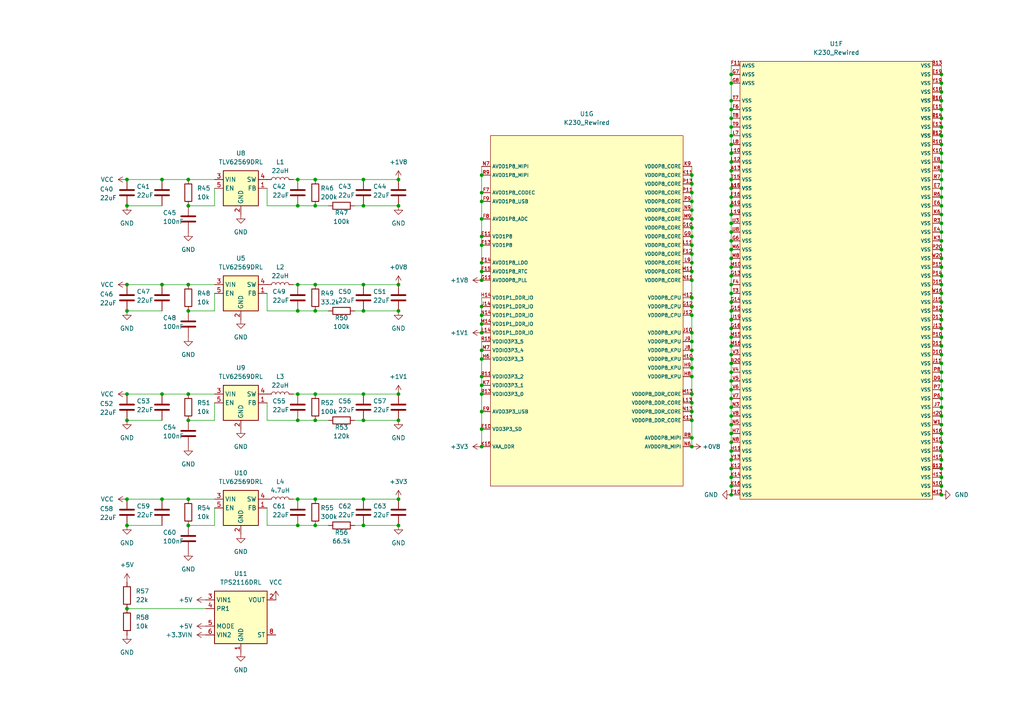
<source format=kicad_sch>
(kicad_sch (version 20250114) (generator "eeschema") (generator_version "9.0")
  (paper "A4")
  (lib_symbols
    (symbol "Device:C" (pin_numbers (hide yes)) (pin_names (offset 0.254))
      (property "Reference" "C" (at 0.635 2.54 0))
      (property "Value" "C" (at 0.635 -2.54 0))
      (symbol "C_1_1"
        (pin passive line (at 0 3.81 270) (length 2.794) (name "~") (number "1"))
        (pin passive line (at 0 -3.81 90) (length 2.794) (name "~") (number "2"))
      )
    )
    (symbol "Device:L" (pin_numbers (hide yes)) (pin_names (offset 1.016) (hide yes))
      (property "Reference" "L" (at -1.27 0 90))
      (property "Value" "L" (at 1.905 0 90))
      (symbol "L_1_1"
        (pin passive line (at 0 3.81 270) (length 1.27) (name "1") (number "1"))
        (pin passive line (at 0 -3.81 90) (length 1.27) (name "2") (number "2"))
      )
    )
    (symbol "Device:R" (pin_numbers (hide yes)) (pin_names (offset 0))
      (property "Reference" "R" (at 2.032 0 90))
      (property "Value" "R" (at 0 0 90))
      (symbol "R_1_1"
        (pin passive line (at 0 3.81 270) (length 1.27) (name "~") (number "1"))
        (pin passive line (at 0 -3.81 90) (length 1.27) (name "~") (number "2"))
      )
    )
    (symbol "K230_Rewired_1"
      (property "Reference" "U1" (at 0 68.58 0))
      (property "Value" "K230_Rewired" (at 0 66.04 0))
      (symbol "K230_Rewired_1_1_1"
        (pin unspecified line (at -30.48 59.69 0) (length 2.54) (name "USB0_TXRTUNE") (number "D4"))
        (pin unspecified line (at -30.48 57.15 0) (length 2.54) (name "USB0_VBUS") (number "C3"))
        (pin unspecified line (at -30.48 54.61 0) (length 2.54) (name "USB0_DP") (number "A2"))
        (pin unspecified line (at -30.48 52.07 0) (length 2.54) (name "USB0_DN") (number "B2"))
        (pin unspecified line (at -30.48 49.53 0) (length 2.54) (name "USB0_ID") (number "D3"))
        (pin unspecified line (at -30.48 44.45 0) (length 2.54) (name "USB1_TXRTUNE") (number "C4"))
        (pin unspecified line (at -30.48 41.91 0) (length 2.54) (name "USB1_VBUS") (number "A3"))
        (pin unspecified line (at -30.48 39.37 0) (length 2.54) (name "USB1_DP") (number "B4"))
        (pin unspecified line (at -30.48 36.83 0) (length 2.54) (name "USB1_DN") (number "A4"))
        (pin unspecified line (at -30.48 34.29 0) (length 2.54) (name "USB1_ID") (number "B3"))
        (pin unspecified line (at -30.48 26.67 0) (length 2.54) (name "CLK24M_XOUT") (number "A8"))
        (pin unspecified line (at -30.48 24.13 0) (length 2.54) (name "CLK24M_XIN") (number "B8"))
        (pin unspecified line (at -30.48 0 0) (length 2.54) (name "TEST_EN") (number "A9"))
        (pin unspecified line (at -30.48 -7.62 0) (length 2.54) (name "RSTN") (number "B9"))
        (pin unspecified line (at -30.48 -24.13 0) (length 2.54) (name "CLK32K768_XOUT") (number "A12"))
        (pin unspecified line (at -30.48 -26.67 0) (length 2.54) (name "CLK32K768_XIN") (number "B12"))
        (pin unspecified line (at -30.48 -38.1 0) (length 2.54) (name "INT0") (number "C10"))
        (pin unspecified line (at -30.48 -40.64 0) (length 2.54) (name "INT1") (number "B10"))
        (pin unspecified line (at -30.48 -43.18 0) (length 2.54) (name "INT2") (number "A10"))
        (pin unspecified line (at -30.48 -45.72 0) (length 2.54) (name "INT3") (number "A11"))
        (pin unspecified line (at -30.48 -48.26 0) (length 2.54) (name "INT4") (number "C12"))
        (pin unspecified line (at -30.48 -50.8 0) (length 2.54) (name "INT5") (number "D12"))
        (pin unspecified line (at -30.48 -54.61 0) (length 2.54) (name "OUT0") (number "B11"))
        (pin unspecified line (at -30.48 -57.15 0) (length 2.54) (name "OUT1") (number "C11"))
        (pin unspecified line (at 30.48 29.21 180) (length 2.54) (name "HPOUTR") (number "G2"))
        (pin unspecified line (at 30.48 26.67 180) (length 2.54) (name "HPOUTL") (number "G1"))
        (pin unspecified line (at 30.48 20.32 180) (length 2.54) (name "MIC_BIAS") (number "E3"))
        (pin unspecified line (at 30.48 17.78 180) (length 2.54) (name "MICNL") (number "E2"))
        (pin unspecified line (at 30.48 15.24 180) (length 2.54) (name "MICPL") (number "E1"))
        (pin unspecified line (at 30.48 10.16 180) (length 2.54) (name "CODEC_VCM") (number "F3"))
        (pin unspecified line (at 30.48 7.62 180) (length 2.54) (name "MICNR") (number "F2"))
        (pin unspecified line (at 30.48 5.08 180) (length 2.54) (name "MICPR") (number "F1"))
        (pin unspecified line (at 30.48 -17.78 180) (length 2.54) (name "ANA_TS_VTEST") (number "D8"))
        (pin unspecified line (at 30.48 -58.42 180) (length 2.54) (name "NC") (number "A20"))
      )
      (symbol "K230_Rewired_1_2_1"
        (pin unspecified line (at -29.21 62.23 0) (length 2.54) (name "GPIO0") (number "C8"))
        (pin unspecified line (at -29.21 59.69 0) (length 2.54) (name "GPIO1") (number "C9"))
        (pin unspecified line (at -29.21 57.15 0) (length 2.54) (name "GPIO2") (number "W15"))
        (pin unspecified line (at -29.21 54.61 0) (length 2.54) (name "GPIO3") (number "V15"))
        (pin unspecified line (at -29.21 52.07 0) (length 2.54) (name "GPIO4") (number "Y15"))
        (pin unspecified line (at -29.21 49.53 0) (length 2.54) (name "GPIO5") (number "U14"))
        (pin unspecified line (at -29.21 46.99 0) (length 2.54) (name "GPIO6") (number "V14"))
        (pin unspecified line (at -29.21 44.45 0) (length 2.54) (name "GPIO7") (number "W14"))
        (pin unspecified line (at -29.21 41.91 0) (length 2.54) (name "GPIO8") (number "U12"))
        (pin unspecified line (at -29.21 39.37 0) (length 2.54) (name "GPIO9") (number "T13"))
        (pin unspecified line (at -29.21 36.83 0) (length 2.54) (name "GPIO10") (number "U13"))
        (pin unspecified line (at -29.21 34.29 0) (length 2.54) (name "GPIO11") (number "Y14"))
        (pin unspecified line (at -29.21 31.75 0) (length 2.54) (name "GPIO12") (number "V13"))
        (pin unspecified line (at -29.21 29.21 0) (length 2.54) (name "GPIO13") (number "T12"))
        (pin unspecified line (at -29.21 -8.89 0) (length 2.54) (name "GPIO26") (number "U11"))
        (pin unspecified line (at -29.21 -11.43 0) (length 2.54) (name "GPIO27") (number "W13"))
        (pin unspecified line (at -29.21 -13.97 0) (length 2.54) (name "GPIO28") (number "V12"))
        (pin unspecified line (at -29.21 -16.51 0) (length 2.54) (name "GPIO29") (number "V11"))
        (pin unspecified line (at -29.21 -19.05 0) (length 2.54) (name "GPIO30") (number "V10"))
        (pin unspecified line (at -29.21 -21.59 0) (length 2.54) (name "GPIO31") (number "V9"))
        (pin unspecified line (at -29.21 -24.13 0) (length 2.54) (name "GPIO32") (number "U10"))
        (pin unspecified line (at -29.21 -26.67 0) (length 2.54) (name "GPIO33") (number "T11"))
        (pin unspecified line (at -29.21 -29.21 0) (length 2.54) (name "GPIO34") (number "U9"))
        (pin unspecified line (at -29.21 -31.75 0) (length 2.54) (name "GPIO35") (number "W12"))
        (pin unspecified line (at -29.21 -34.29 0) (length 2.54) (name "GPIO36") (number "T10"))
        (pin unspecified line (at -29.21 -36.83 0) (length 2.54) (name "GPIO37") (number "Y12"))
        (pin unspecified line (at -29.21 -39.37 0) (length 2.54) (name "GPIO38") (number "J4"))
        (pin unspecified line (at 29.21 62.23 180) (length 2.54) (name "ADC_0") (number "C2"))
        (pin unspecified line (at 29.21 59.69 180) (length 2.54) (name "ADC_1") (number "D2"))
        (pin unspecified line (at 29.21 57.15 180) (length 2.54) (name "ADC_2") (number "B1"))
        (pin unspecified line (at 29.21 54.61 180) (length 2.54) (name "ADC_3") (number "G3"))
        (pin unspecified line (at 29.21 52.07 180) (length 2.54) (name "ADC_4") (number "C1"))
        (pin unspecified line (at 29.21 49.53 180) (length 2.54) (name "ADC_5") (number "D1"))
        (pin unspecified line (at 29.21 44.45 180) (length 2.54) (name "GPIO63") (number "U15"))
        (pin unspecified line (at 29.21 41.91 180) (length 2.54) (name "GPIO62") (number "T14"))
        (pin unspecified line (at 29.21 39.37 180) (length 2.54) (name "GPIO61") (number "P4"))
        (pin unspecified line (at 29.21 36.83 180) (length 2.54) (name "GPIO60") (number "P5"))
        (pin unspecified line (at 29.21 16.51 180) (length 2.54) (name "GPIO52") (number "M3"))
        (pin unspecified line (at 29.21 13.97 180) (length 2.54) (name "GPIO51") (number "M4"))
        (pin unspecified line (at 29.21 11.43 180) (length 2.54) (name "GPIO50") (number "M5"))
        (pin unspecified line (at 29.21 8.89 180) (length 2.54) (name "GPIO49") (number "G5"))
        (pin unspecified line (at 29.21 6.35 180) (length 2.54) (name "GPIO48") (number "G4"))
        (pin unspecified line (at 29.21 3.81 180) (length 2.54) (name "GPIO47") (number "H5"))
        (pin unspecified line (at 29.21 1.27 180) (length 2.54) (name "GPIO46") (number "H4"))
        (pin unspecified line (at 29.21 -1.27 180) (length 2.54) (name "GPIO45") (number "H3"))
        (pin unspecified line (at 29.21 -3.81 180) (length 2.54) (name "GPIO44") (number "H2"))
        (pin unspecified line (at 29.21 -6.35 180) (length 2.54) (name "GPIO43") (number "J6"))
        (pin unspecified line (at 29.21 -8.89 180) (length 2.54) (name "GPIO42") (number "H1"))
        (pin unspecified line (at 29.21 -11.43 180) (length 2.54) (name "GPIO41") (number "J1"))
        (pin unspecified line (at 29.21 -13.97 180) (length 2.54) (name "GPIO40") (number "J2"))
        (pin unspecified line (at 29.21 -16.51 180) (length 2.54) (name "GPIO39") (number "J3"))
      )
      (symbol "K230_Rewired_1_3_1"
        (pin unspecified line (at -30.48 11.43 0) (length 2.54) (name "QSPI_CS") (number "J5"))
        (pin unspecified line (at -30.48 8.89 0) (length 2.54) (name "QSPI_CLK") (number "K1"))
        (pin unspecified line (at -30.48 6.35 0) (length 2.54) (name "QSPI_D0") (number "K2"))
        (pin unspecified line (at -30.48 3.81 0) (length 2.54) (name "QSPI_D1") (number "K4"))
        (pin unspecified line (at -30.48 1.27 0) (length 2.54) (name "QSPI_D2") (number "K5"))
        (pin unspecified line (at -30.48 -1.27 0) (length 2.54) (name "QSPI_D3") (number "L1"))
        (pin unspecified line (at -30.48 -3.81 0) (length 2.54) (name "OSPI_D4") (number "L2"))
        (pin unspecified line (at -30.48 -6.35 0) (length 2.54) (name "OSPI_D5") (number "L3"))
        (pin unspecified line (at -30.48 -8.89 0) (length 2.54) (name "OSPI_D6") (number "L4"))
        (pin unspecified line (at -30.48 -11.43 0) (length 2.54) (name "OSPI_D7") (number "L5"))
        (pin unspecified line (at -30.48 -13.97 0) (length 2.54) (name "OSPI_DQS") (number "L6"))
        (pin unspecified line (at -30.48 -16.51 0) (length 2.54) (name "GPIO25") (number "M1"))
        (pin unspecified line (at 30.48 29.21 180) (length 2.54) (name "SDIO_CMD") (number "M2"))
        (pin unspecified line (at 30.48 26.67 180) (length 2.54) (name "SDIO_CLK") (number "N2"))
        (pin unspecified line (at 30.48 24.13 180) (length 2.54) (name "SDIO_D0") (number "P3"))
        (pin unspecified line (at 30.48 21.59 180) (length 2.54) (name "SDIO_D1") (number "N1"))
        (pin unspecified line (at 30.48 19.05 180) (length 2.54) (name "SDIO_D2") (number "P1"))
        (pin unspecified line (at 30.48 16.51 180) (length 2.54) (name "SDIO_D3") (number "P2"))
        (pin unspecified line (at 30.48 13.97 180) (length 2.54) (name "MMC1_SD_DET") (number "N4"))
        (pin unspecified line (at 30.48 11.43 180) (length 2.54) (name "MMC0_STROBE") (number "B6"))
        (pin unspecified line (at 30.48 8.89 180) (length 2.54) (name "MMC0_RST_N") (number "A6"))
        (pin unspecified line (at 30.48 6.35 180) (length 2.54) (name "MMC0_CMD") (number "D6"))
        (pin unspecified line (at 30.48 3.81 180) (length 2.54) (name "MMC0_CLK") (number "A5"))
        (pin unspecified line (at 30.48 1.27 180) (length 2.54) (name "MMC0_D0") (number "D5"))
        (pin unspecified line (at 30.48 -1.27 180) (length 2.54) (name "MMC0_D1") (number "C5"))
        (pin unspecified line (at 30.48 -3.81 180) (length 2.54) (name "MMC0_D2") (number "B5"))
        (pin unspecified line (at 30.48 -6.35 180) (length 2.54) (name "MMC0_D3") (number "C6"))
        (pin unspecified line (at 30.48 -8.89 180) (length 2.54) (name "MMC0_D4") (number "D7"))
        (pin unspecified line (at 30.48 -11.43 180) (length 2.54) (name "MMC0_D5") (number "A7"))
        (pin unspecified line (at 30.48 -13.97 180) (length 2.54) (name "MMC0_D6") (number "B7"))
        (pin unspecified line (at 30.48 -16.51 180) (length 2.54) (name "MMC0_D7") (number "C7"))
      )
      (symbol "K230_Rewired_1_4_1"
        (text "leave floating\n" (at -17.272 -12.7 0) (effects (font (size 0.635 0.635))))
        (text "200Ω (1%) resistor to ground" (at -12.192 -15.24 0) (effects (font (size 0.635 0.635))))
        (pin unspecified line (at -30.48 17.78 0) (length 2.54) (name "MIPI_TX0_CLK_N") (number "W9"))
        (pin unspecified line (at -30.48 15.24 0) (length 2.54) (name "MIPI_TX0_CLK_P") (number "Y9"))
        (pin unspecified line (at -30.48 12.7 0) (length 2.54) (name "MIPI_TX0_D0_N") (number "Y10"))
        (pin unspecified line (at -30.48 10.16 0) (length 2.54) (name "MIPI_TX0_D0_P") (number "W10"))
        (pin unspecified line (at -30.48 7.62 0) (length 2.54) (name "MIPI_TX0_D1_N") (number "W11"))
        (pin unspecified line (at -30.48 5.08 0) (length 2.54) (name "MIPI_TX0_D1_P") (number "Y11"))
        (pin unspecified line (at -30.48 0 0) (length 2.54) (name "MIPI_TX1_D2_N") (number "Y8"))
        (pin unspecified line (at -30.48 -2.54 0) (length 2.54) (name "MIPI_TX1_D2_P") (number "W8"))
        (pin unspecified line (at -30.48 -5.08 0) (length 2.54) (name "MIPI_TX1_D3_N") (number "W7"))
        (pin unspecified line (at -30.48 -7.62 0) (length 2.54) (name "MIPI_TX1_D3_P") (number "Y7"))
        (pin unspecified line (at -30.48 -12.7 0) (length 2.54) (name "MIPI_ATB") (number "U6"))
        (pin unspecified line (at -30.48 -15.24 0) (length 2.54) (name "MIPI_REXT") (number "U7"))
        (pin unspecified line (at 30.48 31.75 180) (length 2.54) (name "NC") (number "Y20"))
        (pin unspecified line (at 30.48 29.21 180) (length 2.54) (name "NC") (number "Y1"))
        (pin unspecified line (at 30.48 24.13 180) (length 2.54) (name "MIPI_RX0_CLK_N") (number "Y2"))
        (pin unspecified line (at 30.48 21.59 180) (length 2.54) (name "MIPI_RX0_CLK_P") (number "W2"))
        (pin unspecified line (at 30.48 19.05 180) (length 2.54) (name "MIPI_RX0_D0_N") (number "W3"))
        (pin unspecified line (at 30.48 16.51 180) (length 2.54) (name "MIPI_RX0_D0_P") (number "Y3"))
        (pin unspecified line (at 30.48 13.97 180) (length 2.54) (name "MIPI_RX0_D1_N") (number "V1"))
        (pin unspecified line (at 30.48 11.43 180) (length 2.54) (name "MIPI_RX0_D1_P") (number "V2"))
        (pin unspecified line (at 30.48 6.35 180) (length 2.54) (name "MIPI_RX1_CLK_N") (number "W5"))
        (pin unspecified line (at 30.48 3.81 180) (length 2.54) (name "MIPI_RX1_CLK_P") (number "Y5"))
        (pin unspecified line (at 30.48 1.27 180) (length 2.54) (name "MIPI_RX1_D2_N") (number "Y4"))
        (pin unspecified line (at 30.48 -1.27 180) (length 2.54) (name "MIPI_RX1_D2_P") (number "W4"))
        (pin unspecified line (at 30.48 -3.81 180) (length 2.54) (name "MIPI_RX1_D3_N") (number "W6"))
        (pin unspecified line (at 30.48 -6.35 180) (length 2.54) (name "MIPI_RX1_D3_P") (number "Y6"))
        (pin unspecified line (at 30.48 -11.43 180) (length 2.54) (name "MIPI_RX2_CLK_N") (number "R2"))
        (pin unspecified line (at 30.48 -13.97 180) (length 2.54) (name "MIPI_RX2_CLK_P") (number "R1"))
        (pin unspecified line (at 30.48 -16.51 180) (length 2.54) (name "MIPI_RX2_D4_N") (number "T1"))
        (pin unspecified line (at 30.48 -19.05 180) (length 2.54) (name "MIPI_RX2_D4_P") (number "T2"))
        (pin unspecified line (at 30.48 -21.59 180) (length 2.54) (name "MIPI_RX2_D5_N") (number "U2"))
        (pin unspecified line (at 30.48 -24.13 180) (length 2.54) (name "MIPI_RX2_D5_P") (number "U1"))
      )
      (symbol "K230_Rewired_1_5_1"
        (pin unspecified line (at -30.48 57.15 0) (length 2.54) (name "DDR_ZN") (number "K19"))
        (pin unspecified line (at -30.48 52.07 0) (length 2.54) (name "DDR_CKE1_CKEA1") (number "P18"))
        (pin unspecified line (at -30.48 49.53 0) (length 2.54) (name "DDR_CKE0_CKEA0") (number "N17"))
        (pin unspecified line (at -30.48 46.99 0) (length 2.54) (name "DDR_CKP_CKAP") (number "R19"))
        (pin unspecified line (at -30.48 44.45 0) (length 2.54) (name "DDR_CKN_CKAN") (number "R20"))
        (pin unspecified line (at -30.48 41.91 0) (length 2.54) (name "DDR_DQS3N_DQSA0N") (number "Y17"))
        (pin unspecified line (at -30.48 39.37 0) (length 2.54) (name "DDR_DQS3P_DQSA0P") (number "W17"))
        (pin unspecified line (at -30.48 36.83 0) (length 2.54) (name "DDR_DQS2N_DQSB1N") (number "A15"))
        (pin unspecified line (at -30.48 34.29 0) (length 2.54) (name "DDR_DQS2P_DQSB1P") (number "B15"))
        (pin unspecified line (at -30.48 31.75 0) (length 2.54) (name "DDR_DQS1N_DQSA1N") (number "V19"))
        (pin unspecified line (at -30.48 29.21 0) (length 2.54) (name "DDR_DQS1P_DQSA1P") (number "V20"))
        (pin unspecified line (at -30.48 26.67 0) (length 2.54) (name "DDR_DQS0N_DQSB0N") (number "A18"))
        (pin unspecified line (at -30.48 24.13 0) (length 2.54) (name "DDR_DQS0P_DQSB0P") (number "B18"))
        (pin unspecified line (at -30.48 19.05 0) (length 2.54) (name "DDR_DQ31_DQA0") (number "U16"))
        (pin unspecified line (at -30.48 16.51 0) (length 2.54) (name "DDR_DQ30_DQA1") (number "T16"))
        (pin unspecified line (at -30.48 13.97 0) (length 2.54) (name "DDR_DQ29_DQA7") (number "U17"))
        (pin unspecified line (at -30.48 11.43 0) (length 2.54) (name "DDR_DQ28_DQA6") (number "Y18"))
        (pin unspecified line (at -30.48 8.89 0) (length 2.54) (name "DDR_DQ27_DQA3") (number "Y16"))
        (pin unspecified line (at -30.48 6.35 0) (length 2.54) (name "DDR_DQ26_DQA2") (number "V16"))
        (pin unspecified line (at -30.48 3.81 0) (length 2.54) (name "DDR_DQ25_DQA5") (number "V18"))
        (pin unspecified line (at -30.48 1.27 0) (length 2.54) (name "DDR_DQ24_DQA4") (number "W18"))
        (pin unspecified line (at -30.48 -1.27 0) (length 2.54) (name "DDR_DQ23_DQB15") (number "B16"))
        (pin unspecified line (at -30.48 -3.81 0) (length 2.54) (name "DDR_DQ22_DQB12") (number "B17"))
        (pin unspecified line (at -30.48 -6.35 0) (length 2.54) (name "DDR_DQ21_DQB9") (number "A14"))
        (pin unspecified line (at -30.48 -8.89 0) (length 2.54) (name "DDR_DQ20_DQB8") (number "D14"))
        (pin unspecified line (at -30.48 -11.43 0) (length 2.54) (name "DDR_DQ19_DQB14") (number "A17"))
        (pin unspecified line (at -30.48 -13.97 0) (length 2.54) (name "DDR_DQ18_DQB13") (number "C16"))
        (pin unspecified line (at -30.48 -16.51 0) (length 2.54) (name "DDR_DQ17_DQB10") (number "B14"))
        (pin unspecified line (at -30.48 -19.05 0) (length 2.54) (name "DDR_DQ16_DQB11") (number "C14"))
        (pin unspecified line (at -30.48 -21.59 0) (length 2.54) (name "DDR_DQ15_DQA15") (number "T17"))
        (pin unspecified line (at -30.48 -24.13 0) (length 2.54) (name "DDR_DQ14_DQA13") (number "U18"))
        (pin unspecified line (at -30.48 -26.67 0) (length 2.54) (name "DDR_DQ13_DQA11") (number "U20"))
        (pin unspecified line (at -30.48 -29.21 0) (length 2.54) (name "DDR_DQ12_DQA9") (number "T18"))
        (pin unspecified line (at -30.48 -31.75 0) (length 2.54) (name "DDR_DQ11_DQA12") (number "W19"))
        (pin unspecified line (at -30.48 -34.29 0) (length 2.54) (name "DDR_DQ10_DQA8") (number "R17"))
        (pin unspecified line (at -30.48 -36.83 0) (length 2.54) (name "DDR_DQ9_DQA14") (number "P16"))
        (pin unspecified line (at -30.48 -39.37 0) (length 2.54) (name "DDR_DQ8_DQA10") (number "R18"))
        (pin unspecified line (at -30.48 -41.91 0) (length 2.54) (name "DDR_DQ7_DQB6") (number "C19"))
        (pin unspecified line (at -30.48 -44.45 0) (length 2.54) (name "DDR_DQ6_DQB7") (number "B19"))
        (pin unspecified line (at -30.48 -46.99 0) (length 2.54) (name "DDR_DQ5_DQB3") (number "E17"))
        (pin unspecified line (at -30.48 -49.53 0) (length 2.54) (name "DDR_DQ4_DQB2") (number "E18"))
        (pin unspecified line (at -30.48 -52.07 0) (length 2.54) (name "DDR_DQ3_DQB5") (number "C18"))
        (pin unspecified line (at -30.48 -54.61 0) (length 2.54) (name "DDR_DQ2_DQB0") (number "D17"))
        (pin unspecified line (at -30.48 -57.15 0) (length 2.54) (name "DDR_DQ1_DQB1") (number "D16"))
        (pin unspecified line (at -30.48 -59.69 0) (length 2.54) (name "DDR_DQ0_DQB4") (number "C17"))
        (pin unspecified line (at 30.48 52.07 180) (length 2.54) (name "DDR_NC_CAB0") (number "E20"))
        (pin unspecified line (at 30.48 49.53 180) (length 2.54) (name "DDR_NC_CKBP") (number "G20"))
        (pin unspecified line (at 30.48 46.99 180) (length 2.54) (name "DDR_NC_CAB1") (number "G19"))
        (pin unspecified line (at 30.48 44.45 180) (length 2.54) (name "DDR_NC_CAB2") (number "G18"))
        (pin unspecified line (at 30.48 41.91 180) (length 2.54) (name "DDR_NC_NC") (number "G17"))
        (pin unspecified line (at 30.48 39.37 180) (length 2.54) (name "DDR_NC_CKBN") (number "F20"))
        (pin unspecified line (at 30.48 36.83 180) (length 2.54) (name "DDR_NC_CAB5") (number "F19"))
        (pin unspecified line (at 30.48 34.29 180) (length 2.54) (name "DDR_NC_NC") (number "F18"))
        (pin unspecified line (at 30.48 31.75 180) (length 2.54) (name "DDR_NC_CAB4") (number "F17"))
        (pin unspecified line (at 30.48 29.21 180) (length 2.54) (name "DDR_NC_NC") (number "H19"))
        (pin unspecified line (at 30.48 26.67 180) (length 2.54) (name "DDR_NC_NC") (number "H18"))
        (pin unspecified line (at 30.48 24.13 180) (length 2.54) (name "DDR_NC_CAB3") (number "H17"))
        (pin unspecified line (at 30.48 21.59 180) (length 2.54) (name "DDR_NC_NC") (number "D20"))
        (pin unspecified line (at 30.48 19.05 180) (length 2.54) (name "DDR_NC_NC") (number "D19"))
        (pin unspecified line (at 30.48 16.51 180) (length 2.54) (name "DDR_NC_CSB0") (number "J20"))
        (pin unspecified line (at 30.48 13.97 180) (length 2.54) (name "DDR_NC_CSB1") (number "J19"))
        (pin unspecified line (at 30.48 11.43 180) (length 2.54) (name "DDR_NC_CKEB0") (number "J18"))
        (pin unspecified line (at 30.48 8.89 180) (length 2.54) (name "DDR_NC_CKEB1") (number "J17"))
        (pin unspecified line (at 30.48 6.35 180) (length 2.54) (name "DDR_NC_NC") (number "M17"))
        (pin unspecified line (at 30.48 3.81 180) (length 2.54) (name "DDR_NC_NC") (number "C20"))
        (pin unspecified line (at 30.48 1.27 180) (length 2.54) (name "DDR_NC_NC") (number "N18"))
        (pin unspecified line (at 30.48 -5.08 180) (length 2.54) (name "DDR_CA9_CAA5") (number "P19"))
        (pin unspecified line (at 30.48 -7.62 180) (length 2.54) (name "DDR_CA8_CAA4") (number "M18"))
        (pin unspecified line (at 30.48 -10.16 180) (length 2.54) (name "DDR_CA7_CAA3") (number "N20"))
        (pin unspecified line (at 30.48 -12.7 180) (length 2.54) (name "DDR_CA6_CAA2") (number "N19"))
        (pin unspecified line (at 30.48 -15.24 180) (length 2.54) (name "DDR_CA5_CAA1") (number "L16"))
        (pin unspecified line (at 30.48 -17.78 180) (length 2.54) (name "DDR_CA4_CAA0") (number "M19"))
        (pin unspecified line (at 30.48 -20.32 180) (length 2.54) (name "DDR_CA3_NC") (number "L17"))
        (pin unspecified line (at 30.48 -22.86 180) (length 2.54) (name "DDR_CA2_NA") (number "M20"))
        (pin unspecified line (at 30.48 -25.4 180) (length 2.54) (name "DDR_CA1_NC") (number "L20"))
        (pin unspecified line (at 30.48 -27.94 180) (length 2.54) (name "DDR_CA0_NC") (number "K20"))
        (pin unspecified line (at 30.48 -33.02 180) (length 2.54) (name "DDR_DM0_DMIB0") (number "D18"))
        (pin unspecified line (at 30.48 -35.56 180) (length 2.54) (name "DDR_DM1_DMIA1") (number "P17"))
        (pin unspecified line (at 30.48 -38.1 180) (length 2.54) (name "DDR_DM2_DMIB1") (number "C15"))
        (pin unspecified line (at 30.48 -40.64 180) (length 2.54) (name "DDR_DM3_DMIA0") (number "V17"))
        (pin unspecified line (at 30.48 -44.45 180) (length 2.54) (name "DDR_CS1_CSA1") (number "T19"))
        (pin unspecified line (at 30.48 -46.99 180) (length 2.54) (name "DDR_CS0_CSA0") (number "T20"))
        (pin unspecified line (at 30.48 -52.07 180) (length 2.54) (name "DDR_ODT_NC") (number "L18"))
        (pin unspecified line (at 30.48 -57.15 180) (length 2.54) (name "DDR_RESET") (number "J16"))
        (pin unspecified line (at 30.48 -60.96 180) (length 2.54) (name "DDR_VREF") (number "K17"))
      )
      (symbol "K230_Rewired_1_6_1"
        (pin unspecified line (at -30.48 62.23 0) (length 2.54) (name "AVSS") (number "F11"))
        (pin unspecified line (at -30.48 59.69 0) (length 2.54) (name "AVSS") (number "G7"))
        (pin unspecified line (at -30.48 57.15 0) (length 2.54) (name "AVSS") (number "G8"))
        (pin unspecified line (at -30.48 52.07 0) (length 2.54) (name "VSS") (number "T7"))
        (pin unspecified line (at -30.48 49.53 0) (length 2.54) (name "VSS") (number "F6"))
        (pin unspecified line (at -30.48 46.99 0) (length 2.54) (name "VSS") (number "T8"))
        (pin unspecified line (at -30.48 44.45 0) (length 2.54) (name "VSS") (number "T9"))
        (pin unspecified line (at -30.48 41.91 0) (length 2.54) (name "VSS") (number "L7"))
        (pin unspecified line (at -30.48 39.37 0) (length 2.54) (name "VSS") (number "L8"))
        (pin unspecified line (at -30.48 36.83 0) (length 2.54) (name "VSS") (number "L10"))
        (pin unspecified line (at -30.48 34.29 0) (length 2.54) (name "VSS") (number "L12"))
        (pin unspecified line (at -30.48 31.75 0) (length 2.54) (name "VSS") (number "A13"))
        (pin unspecified line (at -30.48 29.21 0) (length 2.54) (name "VSS") (number "T15"))
        (pin unspecified line (at -30.48 26.67 0) (length 2.54) (name "VSS") (number "A16"))
        (pin unspecified line (at -30.48 26.67 0) (length 2.54) (name "VSS") (number "L15"))
        (pin unspecified line (at -30.48 24.13 0) (length 2.54) (name "VSS") (number "F16"))
        (pin unspecified line (at -30.48 21.59 0) (length 2.54) (name "VSS") (number "A19"))
        (pin unspecified line (at -30.48 19.05 0) (length 2.54) (name "VSS") (number "L19"))
        (pin unspecified line (at -30.48 16.51 0) (length 2.54) (name "VSS") (number "U3"))
        (pin unspecified line (at -30.48 13.97 0) (length 2.54) (name "VSS") (number "U8"))
        (pin unspecified line (at -30.48 11.43 0) (length 2.54) (name "VSS") (number "G6"))
        (pin unspecified line (at -30.48 8.89 0) (length 2.54) (name "VSS") (number "M6"))
        (pin unspecified line (at -30.48 6.35 0) (length 2.54) (name "VSS") (number "M8"))
        (pin unspecified line (at -30.48 3.81 0) (length 2.54) (name "VSS") (number "M10"))
        (pin unspecified line (at -30.48 1.27 0) (length 2.54) (name "VSS") (number "G13"))
        (pin unspecified line (at -30.48 -1.27 0) (length 2.54) (name "VSS") (number "F4"))
        (pin unspecified line (at -30.48 -3.81 0) (length 2.54) (name "VSS") (number "T3"))
        (pin unspecified line (at -30.48 -6.35 0) (length 2.54) (name "VSS") (number "G14"))
        (pin unspecified line (at -30.48 -8.89 0) (length 2.54) (name "VSS") (number "G15"))
        (pin unspecified line (at -30.48 -11.43 0) (length 2.54) (name "VSS") (number "U19"))
        (pin unspecified line (at -30.48 -13.97 0) (length 2.54) (name "VSS") (number "G16"))
        (pin unspecified line (at -30.48 -16.51 0) (length 2.54) (name "VSS") (number "M15"))
        (pin unspecified line (at -30.48 -19.05 0) (length 2.54) (name "VSS") (number "M16"))
        (pin unspecified line (at -30.48 -21.59 0) (length 2.54) (name "VSS") (number "V3"))
        (pin unspecified line (at -30.48 -24.13 0) (length 2.54) (name "VSS") (number "B20"))
        (pin unspecified line (at -30.48 -26.67 0) (length 2.54) (name "VSS") (number "V4"))
        (pin unspecified line (at -30.48 -29.21 0) (length 2.54) (name "VSS") (number "V5"))
        (pin unspecified line (at -30.48 -31.75 0) (length 2.54) (name "VSS") (number "V6"))
        (pin unspecified line (at -30.48 -34.29 0) (length 2.54) (name "VSS") (number "V7"))
        (pin unspecified line (at -30.48 -36.83 0) (length 2.54) (name "VSS") (number "N3"))
        (pin unspecified line (at -30.48 -39.37 0) (length 2.54) (name "VSS") (number "V8"))
        (pin unspecified line (at -30.48 -41.91 0) (length 2.54) (name "VSS") (number "N5"))
        (pin unspecified line (at -30.48 -44.45 0) (length 2.54) (name "VSS") (number "H7"))
        (pin unspecified line (at -30.48 -46.99 0) (length 2.54) (name "VSS") (number "N8"))
        (pin unspecified line (at -30.48 -49.53 0) (length 2.54) (name "VSS") (number "H11"))
        (pin unspecified line (at -30.48 -52.07 0) (length 2.54) (name "VSS") (number "Y13"))
        (pin unspecified line (at -30.48 -54.61 0) (length 2.54) (name "VSS") (number "K12"))
        (pin unspecified line (at -30.48 -57.15 0) (length 2.54) (name "VSS") (number "K14"))
        (pin unspecified line (at -30.48 -59.69 0) (length 2.54) (name "VSS") (number "K16"))
        (pin unspecified line (at -30.48 -62.23 0) (length 2.54) (name "VSS") (number "F10"))
        (pin unspecified line (at 30.48 62.23 180) (length 2.54) (name "VSS") (number "B13"))
        (pin unspecified line (at 30.48 59.69 180) (length 2.54) (name "VSS") (number "E19"))
        (pin unspecified line (at 30.48 57.15 180) (length 2.54) (name "VSS") (number "Y19"))
        (pin unspecified line (at 30.48 54.61 180) (length 2.54) (name "VSS") (number "K18"))
        (pin unspecified line (at 30.48 52.07 180) (length 2.54) (name "VSS") (number "E16"))
        (pin unspecified line (at 30.48 52.07 180) (length 2.54) (name "VSS") (number "R16"))
        (pin unspecified line (at 30.48 49.53 180) (length 2.54) (name "VSS") (number "E15"))
        (pin unspecified line (at 30.48 46.99 180) (length 2.54) (name "VSS") (number "E14"))
        (pin unspecified line (at 30.48 46.99 180) (length 2.54) (name "VSS") (number "R14"))
        (pin unspecified line (at 30.48 44.45 180) (length 2.54) (name "VSS") (number "E13"))
        (pin unspecified line (at 30.48 41.91 180) (length 2.54) (name "VSS") (number "E12"))
        (pin unspecified line (at 30.48 41.91 180) (length 2.54) (name "VSS") (number "R12"))
        (pin unspecified line (at 30.48 39.37 180) (length 2.54) (name "VSS") (number "R10"))
        (pin unspecified line (at 30.48 36.83 180) (length 2.54) (name "VSS") (number "K10"))
        (pin unspecified line (at 30.48 34.29 180) (length 2.54) (name "VSS") (number "E8"))
        (pin unspecified line (at 30.48 31.75 180) (length 2.54) (name "VSS") (number "K8"))
        (pin unspecified line (at 30.48 29.21 180) (length 2.54) (name "VSS") (number "R7"))
        (pin unspecified line (at 30.48 26.67 180) (length 2.54) (name "VSS") (number "E7"))
        (pin unspecified line (at 30.48 24.13 180) (length 2.54) (name "VSS") (number "R6"))
        (pin unspecified line (at 30.48 21.59 180) (length 2.54) (name "VSS") (number "E6"))
        (pin unspecified line (at 30.48 19.05 180) (length 2.54) (name "VSS") (number "K6"))
        (pin unspecified line (at 30.48 16.51 180) (length 2.54) (name "VSS") (number "R3"))
        (pin unspecified line (at 30.48 13.97 180) (length 2.54) (name "VSS") (number "E4"))
        (pin unspecified line (at 30.48 11.43 180) (length 2.54) (name "VSS") (number "K3"))
        (pin unspecified line (at 30.48 8.89 180) (length 2.54) (name "VSS") (number "P20"))
        (pin unspecified line (at 30.48 6.35 180) (length 2.54) (name "VSS") (number "W20"))
        (pin unspecified line (at 30.48 3.81 180) (length 2.54) (name "VSS") (number "P15"))
        (pin unspecified line (at 30.48 1.27 180) (length 2.54) (name "VSS") (number "P14"))
        (pin unspecified line (at 30.48 -1.27 180) (length 2.54) (name "VSS") (number "D15"))
        (pin unspecified line (at 30.48 -3.81 180) (length 2.54) (name "VSS") (number "W16"))
        (pin unspecified line (at 30.48 -6.35 180) (length 2.54) (name "VSS") (number "J15"))
        (pin unspecified line (at 30.48 -8.89 180) (length 2.54) (name "VSS") (number "P12"))
        (pin unspecified line (at 30.48 -11.43 180) (length 2.54) (name "VSS") (number "D13"))
        (pin unspecified line (at 30.48 -13.97 180) (length 2.54) (name "VSS") (number "J13"))
        (pin unspecified line (at 30.48 -16.51 180) (length 2.54) (name "VSS") (number "P10"))
        (pin unspecified line (at 30.48 -19.05 180) (length 2.54) (name "VSS") (number "D11"))
        (pin unspecified line (at 30.48 -21.59 180) (length 2.54) (name "VSS") (number "D10"))
        (pin unspecified line (at 30.48 -24.13 180) (length 2.54) (name "VSS") (number "J11"))
        (pin unspecified line (at 30.48 -26.67 180) (length 2.54) (name "VSS") (number "P8"))
        (pin unspecified line (at 30.48 -29.21 180) (length 2.54) (name "VSS") (number "D9"))
        (pin unspecified line (at 30.48 -31.75 180) (length 2.54) (name "VSS") (number "P7"))
        (pin unspecified line (at 30.48 -34.29 180) (length 2.54) (name "VSS") (number "P6"))
        (pin unspecified line (at 30.48 -36.83 180) (length 2.54) (name "VSS") (number "J7"))
        (pin unspecified line (at 30.48 -39.37 180) (length 2.54) (name "VSS") (number "H20"))
        (pin unspecified line (at 30.48 -41.91 180) (length 2.54) (name "VSS") (number "W1"))
        (pin unspecified line (at 30.48 -44.45 180) (length 2.54) (name "VSS") (number "N16"))
        (pin unspecified line (at 30.48 -46.99 180) (length 2.54) (name "VSS") (number "N15"))
        (pin unspecified line (at 30.48 -49.53 180) (length 2.54) (name "VSS") (number "H16"))
        (pin unspecified line (at 30.48 -52.07 180) (length 2.54) (name "VSS") (number "H15"))
        (pin unspecified line (at 30.48 -54.61 180) (length 2.54) (name "VSS") (number "C13"))
        (pin unspecified line (at 30.48 -54.61 180) (length 2.54) (name "VSS") (number "N12"))
        (pin unspecified line (at 30.48 -57.15 180) (length 2.54) (name "VSS") (number "H13"))
        (pin unspecified line (at 30.48 -59.69 180) (length 2.54) (name "VSS") (number "N10"))
        (pin unspecified line (at 30.48 -62.23 180) (length 2.54) (name "VSS") (number "M12"))
      )
      (symbol "K230_Rewired_1_7_1"
        (pin unspecified line (at -30.48 41.91 0) (length 2.54) (name "AVDD1P8_MIPI") (number "N7"))
        (pin unspecified line (at -30.48 39.37 0) (length 2.54) (name "AVDD1P8_MIPI") (number "R9"))
        (pin unspecified line (at -30.48 34.29 0) (length 2.54) (name "AVDD1P8_CODEC") (number "F7"))
        (pin unspecified line (at -30.48 31.75 0) (length 2.54) (name "AVDD1P8_USB") (number "F9"))
        (pin unspecified line (at -30.48 26.67 0) (length 2.54) (name "AVDD1P8_ADC") (number "F8"))
        (pin unspecified line (at -30.48 21.59 0) (length 2.54) (name "VDD1P8") (number "E11"))
        (pin unspecified line (at -30.48 19.05 0) (length 2.54) (name "VDD1P8") (number "F13"))
        (pin unspecified line (at -30.48 13.97 0) (length 2.54) (name "AVDD1P8_LDO") (number "F14"))
        (pin unspecified line (at -30.48 11.43 0) (length 2.54) (name "AVDD1P8_RTC") (number "F15"))
        (pin unspecified line (at -30.48 8.89 0) (length 2.54) (name "AVDD0P8_PLL") (number "G11"))
        (pin unspecified line (at -30.48 3.81 0) (length 2.54) (name "VDD1P1_DDR_IO") (number "H14"))
        (pin unspecified line (at -30.48 1.27 0) (length 2.54) (name "VDD1P1_DDR_IO") (number "J14"))
        (pin unspecified line (at -30.48 -1.27 0) (length 2.54) (name "VDD1P1_DDR_IO") (number "N14"))
        (pin unspecified line (at -30.48 -3.81 0) (length 2.54) (name "VDD1P1_DDR_IO") (number "M14"))
        (pin unspecified line (at -30.48 -6.35 0) (length 2.54) (name "VDD1P1_DDR_IO") (number "L14"))
        (pin unspecified line (at -30.48 -8.89 0) (length 2.54) (name "VDDIO3P3_5") (number "R15"))
        (pin unspecified line (at -30.48 -11.43 0) (length 2.54) (name "VDDIO3P3_4") (number "M7"))
        (pin unspecified line (at -30.48 -13.97 0) (length 2.54) (name "VDDIO3P3_3") (number "H6"))
        (pin unspecified line (at -30.48 -19.05 0) (length 2.54) (name "VDDIO3P3_2") (number "R11"))
        (pin unspecified line (at -30.48 -21.59 0) (length 2.54) (name "VDDIO3P3_1") (number "K7"))
        (pin unspecified line (at -30.48 -24.13 0) (length 2.54) (name "VDDIO3P3_0") (number "R13"))
        (pin unspecified line (at -30.48 -29.21 0) (length 2.54) (name "AVDD3P3_USB") (number "E9"))
        (pin unspecified line (at -30.48 -34.29 0) (length 2.54) (name "VDD3P3_SD") (number "E10"))
        (pin unspecified line (at -30.48 -39.37 0) (length 2.54) (name "VAA_DDR") (number "K15"))
        (pin unspecified line (at 30.48 41.91 180) (length 2.54) (name "VDD0P8_CORE") (number "K9"))
        (pin unspecified line (at 30.48 39.37 180) (length 2.54) (name "VDD0P8_CORE") (number "K11"))
        (pin unspecified line (at 30.48 36.83 180) (length 2.54) (name "VDD0P8_CORE") (number "P13"))
        (pin unspecified line (at 30.48 34.29 180) (length 2.54) (name "VDD0P8_CORE") (number "P11"))
        (pin unspecified line (at 30.48 31.75 180) (length 2.54) (name "VDD0P8_CORE") (number "P9"))
        (pin unspecified line (at 30.48 29.21 180) (length 2.54) (name "VDD0P8_CORE") (number "N9"))
        (pin unspecified line (at 30.48 26.67 180) (length 2.54) (name "VDD0P8_CORE") (number "M9"))
        (pin unspecified line (at 30.48 24.13 180) (length 2.54) (name "VDD0P8_CORE") (number "G10"))
        (pin unspecified line (at 30.48 21.59 180) (length 2.54) (name "VDD0P8_CORE") (number "G9"))
        (pin unspecified line (at 30.48 19.05 180) (length 2.54) (name "VDD0P8_CORE") (number "L11"))
        (pin unspecified line (at 30.48 16.51 180) (length 2.54) (name "VDD0P8_CORE") (number "F12"))
        (pin unspecified line (at 30.48 13.97 180) (length 2.54) (name "VDD0P8_CORE") (number "L9"))
        (pin unspecified line (at 30.48 11.43 180) (length 2.54) (name "VDD0P8_CORE") (number "M11"))
        (pin unspecified line (at 30.48 8.89 180) (length 2.54) (name "VDD0P8_CORE") (number "N11"))
        (pin unspecified line (at 30.48 3.81 180) (length 2.54) (name "VDD0P8_CPU") (number "H12"))
        (pin unspecified line (at 30.48 1.27 180) (length 2.54) (name "VDD0P8_CPU") (number "G12"))
        (pin unspecified line (at 30.48 -1.27 180) (length 2.54) (name "VDD0P8_CPU") (number "J12"))
        (pin unspecified line (at 30.48 -6.35 180) (length 2.54) (name "VDD0P8_KPU") (number "J10"))
        (pin unspecified line (at 30.48 -8.89 180) (length 2.54) (name "VDD0P8_KPU") (number "J9"))
        (pin unspecified line (at 30.48 -11.43 180) (length 2.54) (name "VDD0P8_KPU") (number "J8"))
        (pin unspecified line (at 30.48 -13.97 180) (length 2.54) (name "VDD0P8_KPU") (number "H10"))
        (pin unspecified line (at 30.48 -16.51 180) (length 2.54) (name "VDD0P8_KPU") (number "H9"))
        (pin unspecified line (at 30.48 -19.05 180) (length 2.54) (name "VDD0P8_KPU") (number "H8"))
        (pin unspecified line (at 30.48 -24.13 180) (length 2.54) (name "VDD0P8_DDR_CORE") (number "M13"))
        (pin unspecified line (at 30.48 -26.67 180) (length 2.54) (name "VDD0P8_DDR_CORE") (number "L13"))
        (pin unspecified line (at 30.48 -29.21 180) (length 2.54) (name "VDD0P8_DDR_CORE") (number "N13"))
        (pin unspecified line (at 30.48 -31.75 180) (length 2.54) (name "VDD0P8_DDR_CORE") (number "K13"))
        (pin unspecified line (at 30.48 -36.83 180) (length 2.54) (name "AVDD0P8_MIPI") (number "R8"))
        (pin unspecified line (at 30.48 -39.37 180) (length 2.54) (name "AVDD0P8_MIPI") (number "N6"))
      )
    )
    (symbol "LCSC:K230_Rewired"
      (property "Reference" "U1" (at 0 68.58 0))
      (property "Value" "K230_Rewired" (at 0 66.04 0))
      (symbol "K230_Rewired_1_1"
        (pin unspecified line (at -30.48 59.69 0) (length 2.54) (name "USB0_TXRTUNE") (number "D4"))
        (pin unspecified line (at -30.48 57.15 0) (length 2.54) (name "USB0_VBUS") (number "C3"))
        (pin unspecified line (at -30.48 54.61 0) (length 2.54) (name "USB0_DP") (number "A2"))
        (pin unspecified line (at -30.48 52.07 0) (length 2.54) (name "USB0_DN") (number "B2"))
        (pin unspecified line (at -30.48 49.53 0) (length 2.54) (name "USB0_ID") (number "D3"))
        (pin unspecified line (at -30.48 44.45 0) (length 2.54) (name "USB1_TXRTUNE") (number "C4"))
        (pin unspecified line (at -30.48 41.91 0) (length 2.54) (name "USB1_VBUS") (number "A3"))
        (pin unspecified line (at -30.48 39.37 0) (length 2.54) (name "USB1_DP") (number "B4"))
        (pin unspecified line (at -30.48 36.83 0) (length 2.54) (name "USB1_DN") (number "A4"))
        (pin unspecified line (at -30.48 34.29 0) (length 2.54) (name "USB1_ID") (number "B3"))
        (pin unspecified line (at -30.48 26.67 0) (length 2.54) (name "CLK24M_XOUT") (number "A8"))
        (pin unspecified line (at -30.48 24.13 0) (length 2.54) (name "CLK24M_XIN") (number "B8"))
        (pin unspecified line (at -30.48 0 0) (length 2.54) (name "TEST_EN") (number "A9"))
        (pin unspecified line (at -30.48 -7.62 0) (length 2.54) (name "RSTN") (number "B9"))
        (pin unspecified line (at -30.48 -24.13 0) (length 2.54) (name "CLK32K768_XOUT") (number "A12"))
        (pin unspecified line (at -30.48 -26.67 0) (length 2.54) (name "CLK32K768_XIN") (number "B12"))
        (pin unspecified line (at -30.48 -38.1 0) (length 2.54) (name "INT0") (number "C10"))
        (pin unspecified line (at -30.48 -40.64 0) (length 2.54) (name "INT1") (number "B10"))
        (pin unspecified line (at -30.48 -43.18 0) (length 2.54) (name "INT2") (number "A10"))
        (pin unspecified line (at -30.48 -45.72 0) (length 2.54) (name "INT3") (number "A11"))
        (pin unspecified line (at -30.48 -48.26 0) (length 2.54) (name "INT4") (number "C12"))
        (pin unspecified line (at -30.48 -50.8 0) (length 2.54) (name "INT5") (number "D12"))
        (pin unspecified line (at -30.48 -54.61 0) (length 2.54) (name "OUT0") (number "B11"))
        (pin unspecified line (at -30.48 -57.15 0) (length 2.54) (name "OUT1") (number "C11"))
        (pin unspecified line (at 30.48 29.21 180) (length 2.54) (name "HPOUTR") (number "G2"))
        (pin unspecified line (at 30.48 26.67 180) (length 2.54) (name "HPOUTL") (number "G1"))
        (pin unspecified line (at 30.48 20.32 180) (length 2.54) (name "MIC_BIAS") (number "E3"))
        (pin unspecified line (at 30.48 17.78 180) (length 2.54) (name "MICNL") (number "E2"))
        (pin unspecified line (at 30.48 15.24 180) (length 2.54) (name "MICPL") (number "E1"))
        (pin unspecified line (at 30.48 10.16 180) (length 2.54) (name "CODEC_VCM") (number "F3"))
        (pin unspecified line (at 30.48 7.62 180) (length 2.54) (name "MICNR") (number "F2"))
        (pin unspecified line (at 30.48 5.08 180) (length 2.54) (name "MICPR") (number "F1"))
        (pin unspecified line (at 30.48 -17.78 180) (length 2.54) (name "ANA_TS_VTEST") (number "D8"))
        (pin unspecified line (at 30.48 -58.42 180) (length 2.54) (name "NC") (number "A20"))
      )
      (symbol "K230_Rewired_2_1"
        (pin unspecified line (at -29.21 62.23 0) (length 2.54) (name "GPIO0") (number "C8"))
        (pin unspecified line (at -29.21 59.69 0) (length 2.54) (name "GPIO1") (number "C9"))
        (pin unspecified line (at -29.21 57.15 0) (length 2.54) (name "GPIO2") (number "W15"))
        (pin unspecified line (at -29.21 54.61 0) (length 2.54) (name "GPIO3") (number "V15"))
        (pin unspecified line (at -29.21 52.07 0) (length 2.54) (name "GPIO4") (number "Y15"))
        (pin unspecified line (at -29.21 49.53 0) (length 2.54) (name "GPIO5") (number "U14"))
        (pin unspecified line (at -29.21 46.99 0) (length 2.54) (name "GPIO6") (number "V14"))
        (pin unspecified line (at -29.21 44.45 0) (length 2.54) (name "GPIO7") (number "W14"))
        (pin unspecified line (at -29.21 41.91 0) (length 2.54) (name "GPIO8") (number "U12"))
        (pin unspecified line (at -29.21 39.37 0) (length 2.54) (name "GPIO9") (number "T13"))
        (pin unspecified line (at -29.21 36.83 0) (length 2.54) (name "GPIO10") (number "U13"))
        (pin unspecified line (at -29.21 34.29 0) (length 2.54) (name "GPIO11") (number "Y14"))
        (pin unspecified line (at -29.21 31.75 0) (length 2.54) (name "GPIO12") (number "V13"))
        (pin unspecified line (at -29.21 29.21 0) (length 2.54) (name "GPIO13") (number "T12"))
        (pin unspecified line (at -29.21 -8.89 0) (length 2.54) (name "GPIO26") (number "U11"))
        (pin unspecified line (at -29.21 -11.43 0) (length 2.54) (name "GPIO27") (number "W13"))
        (pin unspecified line (at -29.21 -13.97 0) (length 2.54) (name "GPIO28") (number "V12"))
        (pin unspecified line (at -29.21 -16.51 0) (length 2.54) (name "GPIO29") (number "V11"))
        (pin unspecified line (at -29.21 -19.05 0) (length 2.54) (name "GPIO30") (number "V10"))
        (pin unspecified line (at -29.21 -21.59 0) (length 2.54) (name "GPIO31") (number "V9"))
        (pin unspecified line (at -29.21 -24.13 0) (length 2.54) (name "GPIO32") (number "U10"))
        (pin unspecified line (at -29.21 -26.67 0) (length 2.54) (name "GPIO33") (number "T11"))
        (pin unspecified line (at -29.21 -29.21 0) (length 2.54) (name "GPIO34") (number "U9"))
        (pin unspecified line (at -29.21 -31.75 0) (length 2.54) (name "GPIO35") (number "W12"))
        (pin unspecified line (at -29.21 -34.29 0) (length 2.54) (name "GPIO36") (number "T10"))
        (pin unspecified line (at -29.21 -36.83 0) (length 2.54) (name "GPIO37") (number "Y12"))
        (pin unspecified line (at -29.21 -39.37 0) (length 2.54) (name "GPIO38") (number "J4"))
        (pin unspecified line (at 29.21 62.23 180) (length 2.54) (name "ADC_0") (number "C2"))
        (pin unspecified line (at 29.21 59.69 180) (length 2.54) (name "ADC_1") (number "D2"))
        (pin unspecified line (at 29.21 57.15 180) (length 2.54) (name "ADC_2") (number "B1"))
        (pin unspecified line (at 29.21 54.61 180) (length 2.54) (name "ADC_3") (number "G3"))
        (pin unspecified line (at 29.21 52.07 180) (length 2.54) (name "ADC_4") (number "C1"))
        (pin unspecified line (at 29.21 49.53 180) (length 2.54) (name "ADC_5") (number "D1"))
        (pin unspecified line (at 29.21 44.45 180) (length 2.54) (name "GPIO63") (number "U15"))
        (pin unspecified line (at 29.21 41.91 180) (length 2.54) (name "GPIO62") (number "T14"))
        (pin unspecified line (at 29.21 39.37 180) (length 2.54) (name "GPIO61") (number "P4"))
        (pin unspecified line (at 29.21 36.83 180) (length 2.54) (name "GPIO60") (number "P5"))
        (pin unspecified line (at 29.21 16.51 180) (length 2.54) (name "GPIO52") (number "M3"))
        (pin unspecified line (at 29.21 13.97 180) (length 2.54) (name "GPIO51") (number "M4"))
        (pin unspecified line (at 29.21 11.43 180) (length 2.54) (name "GPIO50") (number "M5"))
        (pin unspecified line (at 29.21 8.89 180) (length 2.54) (name "GPIO49") (number "G5"))
        (pin unspecified line (at 29.21 6.35 180) (length 2.54) (name "GPIO48") (number "G4"))
        (pin unspecified line (at 29.21 3.81 180) (length 2.54) (name "GPIO47") (number "H5"))
        (pin unspecified line (at 29.21 1.27 180) (length 2.54) (name "GPIO46") (number "H4"))
        (pin unspecified line (at 29.21 -1.27 180) (length 2.54) (name "GPIO45") (number "H3"))
        (pin unspecified line (at 29.21 -3.81 180) (length 2.54) (name "GPIO44") (number "H2"))
        (pin unspecified line (at 29.21 -6.35 180) (length 2.54) (name "GPIO43") (number "J6"))
        (pin unspecified line (at 29.21 -8.89 180) (length 2.54) (name "GPIO42") (number "H1"))
        (pin unspecified line (at 29.21 -11.43 180) (length 2.54) (name "GPIO41") (number "J1"))
        (pin unspecified line (at 29.21 -13.97 180) (length 2.54) (name "GPIO40") (number "J2"))
        (pin unspecified line (at 29.21 -16.51 180) (length 2.54) (name "GPIO39") (number "J3"))
      )
      (symbol "K230_Rewired_3_1"
        (pin unspecified line (at -30.48 11.43 0) (length 2.54) (name "QSPI_CS") (number "J5"))
        (pin unspecified line (at -30.48 8.89 0) (length 2.54) (name "QSPI_CLK") (number "K1"))
        (pin unspecified line (at -30.48 6.35 0) (length 2.54) (name "QSPI_D0") (number "K2"))
        (pin unspecified line (at -30.48 3.81 0) (length 2.54) (name "QSPI_D1") (number "K4"))
        (pin unspecified line (at -30.48 1.27 0) (length 2.54) (name "QSPI_D2") (number "K5"))
        (pin unspecified line (at -30.48 -1.27 0) (length 2.54) (name "QSPI_D3") (number "L1"))
        (pin unspecified line (at -30.48 -3.81 0) (length 2.54) (name "OSPI_D4") (number "L2"))
        (pin unspecified line (at -30.48 -6.35 0) (length 2.54) (name "OSPI_D5") (number "L3"))
        (pin unspecified line (at -30.48 -8.89 0) (length 2.54) (name "OSPI_D6") (number "L4"))
        (pin unspecified line (at -30.48 -11.43 0) (length 2.54) (name "OSPI_D7") (number "L5"))
        (pin unspecified line (at -30.48 -13.97 0) (length 2.54) (name "OSPI_DQS") (number "L6"))
        (pin unspecified line (at -30.48 -16.51 0) (length 2.54) (name "GPIO25") (number "M1"))
        (pin unspecified line (at 30.48 29.21 180) (length 2.54) (name "SDIO_CMD") (number "M2"))
        (pin unspecified line (at 30.48 26.67 180) (length 2.54) (name "SDIO_CLK") (number "N2"))
        (pin unspecified line (at 30.48 24.13 180) (length 2.54) (name "SDIO_D0") (number "P3"))
        (pin unspecified line (at 30.48 21.59 180) (length 2.54) (name "SDIO_D1") (number "N1"))
        (pin unspecified line (at 30.48 19.05 180) (length 2.54) (name "SDIO_D2") (number "P1"))
        (pin unspecified line (at 30.48 16.51 180) (length 2.54) (name "SDIO_D3") (number "P2"))
        (pin unspecified line (at 30.48 13.97 180) (length 2.54) (name "MMC1_SD_DET") (number "N4"))
        (pin unspecified line (at 30.48 11.43 180) (length 2.54) (name "MMC0_STROBE") (number "B6"))
        (pin unspecified line (at 30.48 8.89 180) (length 2.54) (name "MMC0_RST_N") (number "A6"))
        (pin unspecified line (at 30.48 6.35 180) (length 2.54) (name "MMC0_CMD") (number "D6"))
        (pin unspecified line (at 30.48 3.81 180) (length 2.54) (name "MMC0_CLK") (number "A5"))
        (pin unspecified line (at 30.48 1.27 180) (length 2.54) (name "MMC0_D0") (number "D5"))
        (pin unspecified line (at 30.48 -1.27 180) (length 2.54) (name "MMC0_D1") (number "C5"))
        (pin unspecified line (at 30.48 -3.81 180) (length 2.54) (name "MMC0_D2") (number "B5"))
        (pin unspecified line (at 30.48 -6.35 180) (length 2.54) (name "MMC0_D3") (number "C6"))
        (pin unspecified line (at 30.48 -8.89 180) (length 2.54) (name "MMC0_D4") (number "D7"))
        (pin unspecified line (at 30.48 -11.43 180) (length 2.54) (name "MMC0_D5") (number "A7"))
        (pin unspecified line (at 30.48 -13.97 180) (length 2.54) (name "MMC0_D6") (number "B7"))
        (pin unspecified line (at 30.48 -16.51 180) (length 2.54) (name "MMC0_D7") (number "C7"))
      )
      (symbol "K230_Rewired_4_1"
        (text "leave floating\n" (at -17.272 -12.7 0) (effects (font (size 0.635 0.635))))
        (text "200Ω (1%) resistor to ground" (at -12.192 -15.24 0) (effects (font (size 0.635 0.635))))
        (pin unspecified line (at -30.48 17.78 0) (length 2.54) (name "MIPI_TX0_CLK_N") (number "W9"))
        (pin unspecified line (at -30.48 15.24 0) (length 2.54) (name "MIPI_TX0_CLK_P") (number "Y9"))
        (pin unspecified line (at -30.48 12.7 0) (length 2.54) (name "MIPI_TX0_D0_N") (number "Y10"))
        (pin unspecified line (at -30.48 10.16 0) (length 2.54) (name "MIPI_TX0_D0_P") (number "W10"))
        (pin unspecified line (at -30.48 7.62 0) (length 2.54) (name "MIPI_TX0_D1_N") (number "W11"))
        (pin unspecified line (at -30.48 5.08 0) (length 2.54) (name "MIPI_TX0_D1_P") (number "Y11"))
        (pin unspecified line (at -30.48 0 0) (length 2.54) (name "MIPI_TX1_D2_N") (number "Y8"))
        (pin unspecified line (at -30.48 -2.54 0) (length 2.54) (name "MIPI_TX1_D2_P") (number "W8"))
        (pin unspecified line (at -30.48 -5.08 0) (length 2.54) (name "MIPI_TX1_D3_N") (number "W7"))
        (pin unspecified line (at -30.48 -7.62 0) (length 2.54) (name "MIPI_TX1_D3_P") (number "Y7"))
        (pin unspecified line (at -30.48 -12.7 0) (length 2.54) (name "MIPI_ATB") (number "U6"))
        (pin unspecified line (at -30.48 -15.24 0) (length 2.54) (name "MIPI_REXT") (number "U7"))
        (pin unspecified line (at 30.48 31.75 180) (length 2.54) (name "NC") (number "Y20"))
        (pin unspecified line (at 30.48 29.21 180) (length 2.54) (name "NC") (number "Y1"))
        (pin unspecified line (at 30.48 24.13 180) (length 2.54) (name "MIPI_RX0_CLK_N") (number "Y2"))
        (pin unspecified line (at 30.48 21.59 180) (length 2.54) (name "MIPI_RX0_CLK_P") (number "W2"))
        (pin unspecified line (at 30.48 19.05 180) (length 2.54) (name "MIPI_RX0_D0_N") (number "W3"))
        (pin unspecified line (at 30.48 16.51 180) (length 2.54) (name "MIPI_RX0_D0_P") (number "Y3"))
        (pin unspecified line (at 30.48 13.97 180) (length 2.54) (name "MIPI_RX0_D1_N") (number "V1"))
        (pin unspecified line (at 30.48 11.43 180) (length 2.54) (name "MIPI_RX0_D1_P") (number "V2"))
        (pin unspecified line (at 30.48 6.35 180) (length 2.54) (name "MIPI_RX1_CLK_N") (number "W5"))
        (pin unspecified line (at 30.48 3.81 180) (length 2.54) (name "MIPI_RX1_CLK_P") (number "Y5"))
        (pin unspecified line (at 30.48 1.27 180) (length 2.54) (name "MIPI_RX1_D2_N") (number "Y4"))
        (pin unspecified line (at 30.48 -1.27 180) (length 2.54) (name "MIPI_RX1_D2_P") (number "W4"))
        (pin unspecified line (at 30.48 -3.81 180) (length 2.54) (name "MIPI_RX1_D3_N") (number "W6"))
        (pin unspecified line (at 30.48 -6.35 180) (length 2.54) (name "MIPI_RX1_D3_P") (number "Y6"))
        (pin unspecified line (at 30.48 -11.43 180) (length 2.54) (name "MIPI_RX2_CLK_N") (number "R2"))
        (pin unspecified line (at 30.48 -13.97 180) (length 2.54) (name "MIPI_RX2_CLK_P") (number "R1"))
        (pin unspecified line (at 30.48 -16.51 180) (length 2.54) (name "MIPI_RX2_D4_N") (number "T1"))
        (pin unspecified line (at 30.48 -19.05 180) (length 2.54) (name "MIPI_RX2_D4_P") (number "T2"))
        (pin unspecified line (at 30.48 -21.59 180) (length 2.54) (name "MIPI_RX2_D5_N") (number "U2"))
        (pin unspecified line (at 30.48 -24.13 180) (length 2.54) (name "MIPI_RX2_D5_P") (number "U1"))
      )
      (symbol "K230_Rewired_5_1"
        (pin unspecified line (at -30.48 57.15 0) (length 2.54) (name "DDR_ZN") (number "K19"))
        (pin unspecified line (at -30.48 52.07 0) (length 2.54) (name "DDR_CKE1_CKEA1") (number "P18"))
        (pin unspecified line (at -30.48 49.53 0) (length 2.54) (name "DDR_CKE0_CKEA0") (number "N17"))
        (pin unspecified line (at -30.48 46.99 0) (length 2.54) (name "DDR_CKP_CKAP") (number "R19"))
        (pin unspecified line (at -30.48 44.45 0) (length 2.54) (name "DDR_CKN_CKAN") (number "R20"))
        (pin unspecified line (at -30.48 41.91 0) (length 2.54) (name "DDR_DQS3N_DQSA0N") (number "Y17"))
        (pin unspecified line (at -30.48 39.37 0) (length 2.54) (name "DDR_DQS3P_DQSA0P") (number "W17"))
        (pin unspecified line (at -30.48 36.83 0) (length 2.54) (name "DDR_DQS2N_DQSB1N") (number "A15"))
        (pin unspecified line (at -30.48 34.29 0) (length 2.54) (name "DDR_DQS2P_DQSB1P") (number "B15"))
        (pin unspecified line (at -30.48 31.75 0) (length 2.54) (name "DDR_DQS1N_DQSA1N") (number "V19"))
        (pin unspecified line (at -30.48 29.21 0) (length 2.54) (name "DDR_DQS1P_DQSA1P") (number "V20"))
        (pin unspecified line (at -30.48 26.67 0) (length 2.54) (name "DDR_DQS0N_DQSB0N") (number "A18"))
        (pin unspecified line (at -30.48 24.13 0) (length 2.54) (name "DDR_DQS0P_DQSB0P") (number "B18"))
        (pin unspecified line (at -30.48 19.05 0) (length 2.54) (name "DDR_DQ31_DQA0") (number "U16"))
        (pin unspecified line (at -30.48 16.51 0) (length 2.54) (name "DDR_DQ30_DQA1") (number "T16"))
        (pin unspecified line (at -30.48 13.97 0) (length 2.54) (name "DDR_DQ29_DQA7") (number "U17"))
        (pin unspecified line (at -30.48 11.43 0) (length 2.54) (name "DDR_DQ28_DQA6") (number "Y18"))
        (pin unspecified line (at -30.48 8.89 0) (length 2.54) (name "DDR_DQ27_DQA3") (number "Y16"))
        (pin unspecified line (at -30.48 6.35 0) (length 2.54) (name "DDR_DQ26_DQA2") (number "V16"))
        (pin unspecified line (at -30.48 3.81 0) (length 2.54) (name "DDR_DQ25_DQA5") (number "V18"))
        (pin unspecified line (at -30.48 1.27 0) (length 2.54) (name "DDR_DQ24_DQA4") (number "W18"))
        (pin unspecified line (at -30.48 -1.27 0) (length 2.54) (name "DDR_DQ23_DQB15") (number "B16"))
        (pin unspecified line (at -30.48 -3.81 0) (length 2.54) (name "DDR_DQ22_DQB12") (number "B17"))
        (pin unspecified line (at -30.48 -6.35 0) (length 2.54) (name "DDR_DQ21_DQB9") (number "A14"))
        (pin unspecified line (at -30.48 -8.89 0) (length 2.54) (name "DDR_DQ20_DQB8") (number "D14"))
        (pin unspecified line (at -30.48 -11.43 0) (length 2.54) (name "DDR_DQ19_DQB14") (number "A17"))
        (pin unspecified line (at -30.48 -13.97 0) (length 2.54) (name "DDR_DQ18_DQB13") (number "C16"))
        (pin unspecified line (at -30.48 -16.51 0) (length 2.54) (name "DDR_DQ17_DQB10") (number "B14"))
        (pin unspecified line (at -30.48 -19.05 0) (length 2.54) (name "DDR_DQ16_DQB11") (number "C14"))
        (pin unspecified line (at -30.48 -21.59 0) (length 2.54) (name "DDR_DQ15_DQA15") (number "T17"))
        (pin unspecified line (at -30.48 -24.13 0) (length 2.54) (name "DDR_DQ14_DQA13") (number "U18"))
        (pin unspecified line (at -30.48 -26.67 0) (length 2.54) (name "DDR_DQ13_DQA11") (number "U20"))
        (pin unspecified line (at -30.48 -29.21 0) (length 2.54) (name "DDR_DQ12_DQA9") (number "T18"))
        (pin unspecified line (at -30.48 -31.75 0) (length 2.54) (name "DDR_DQ11_DQA12") (number "W19"))
        (pin unspecified line (at -30.48 -34.29 0) (length 2.54) (name "DDR_DQ10_DQA8") (number "R17"))
        (pin unspecified line (at -30.48 -36.83 0) (length 2.54) (name "DDR_DQ9_DQA14") (number "P16"))
        (pin unspecified line (at -30.48 -39.37 0) (length 2.54) (name "DDR_DQ8_DQA10") (number "R18"))
        (pin unspecified line (at -30.48 -41.91 0) (length 2.54) (name "DDR_DQ7_DQB6") (number "C19"))
        (pin unspecified line (at -30.48 -44.45 0) (length 2.54) (name "DDR_DQ6_DQB7") (number "B19"))
        (pin unspecified line (at -30.48 -46.99 0) (length 2.54) (name "DDR_DQ5_DQB3") (number "E17"))
        (pin unspecified line (at -30.48 -49.53 0) (length 2.54) (name "DDR_DQ4_DQB2") (number "E18"))
        (pin unspecified line (at -30.48 -52.07 0) (length 2.54) (name "DDR_DQ3_DQB5") (number "C18"))
        (pin unspecified line (at -30.48 -54.61 0) (length 2.54) (name "DDR_DQ2_DQB0") (number "D17"))
        (pin unspecified line (at -30.48 -57.15 0) (length 2.54) (name "DDR_DQ1_DQB1") (number "D16"))
        (pin unspecified line (at -30.48 -59.69 0) (length 2.54) (name "DDR_DQ0_DQB4") (number "C17"))
        (pin unspecified line (at 30.48 52.07 180) (length 2.54) (name "DDR_NC_CAB0") (number "E20"))
        (pin unspecified line (at 30.48 49.53 180) (length 2.54) (name "DDR_NC_CKBP") (number "G20"))
        (pin unspecified line (at 30.48 46.99 180) (length 2.54) (name "DDR_NC_CAB1") (number "G19"))
        (pin unspecified line (at 30.48 44.45 180) (length 2.54) (name "DDR_NC_CAB2") (number "G18"))
        (pin unspecified line (at 30.48 41.91 180) (length 2.54) (name "DDR_NC_NC") (number "G17"))
        (pin unspecified line (at 30.48 39.37 180) (length 2.54) (name "DDR_NC_CKBN") (number "F20"))
        (pin unspecified line (at 30.48 36.83 180) (length 2.54) (name "DDR_NC_CAB5") (number "F19"))
        (pin unspecified line (at 30.48 34.29 180) (length 2.54) (name "DDR_NC_NC") (number "F18"))
        (pin unspecified line (at 30.48 31.75 180) (length 2.54) (name "DDR_NC_CAB4") (number "F17"))
        (pin unspecified line (at 30.48 29.21 180) (length 2.54) (name "DDR_NC_NC") (number "H19"))
        (pin unspecified line (at 30.48 26.67 180) (length 2.54) (name "DDR_NC_NC") (number "H18"))
        (pin unspecified line (at 30.48 24.13 180) (length 2.54) (name "DDR_NC_CAB3") (number "H17"))
        (pin unspecified line (at 30.48 21.59 180) (length 2.54) (name "DDR_NC_NC") (number "D20"))
        (pin unspecified line (at 30.48 19.05 180) (length 2.54) (name "DDR_NC_NC") (number "D19"))
        (pin unspecified line (at 30.48 16.51 180) (length 2.54) (name "DDR_NC_CSB0") (number "J20"))
        (pin unspecified line (at 30.48 13.97 180) (length 2.54) (name "DDR_NC_CSB1") (number "J19"))
        (pin unspecified line (at 30.48 11.43 180) (length 2.54) (name "DDR_NC_CKEB0") (number "J18"))
        (pin unspecified line (at 30.48 8.89 180) (length 2.54) (name "DDR_NC_CKEB1") (number "J17"))
        (pin unspecified line (at 30.48 6.35 180) (length 2.54) (name "DDR_NC_NC") (number "M17"))
        (pin unspecified line (at 30.48 3.81 180) (length 2.54) (name "DDR_NC_NC") (number "C20"))
        (pin unspecified line (at 30.48 1.27 180) (length 2.54) (name "DDR_NC_NC") (number "N18"))
        (pin unspecified line (at 30.48 -5.08 180) (length 2.54) (name "DDR_CA9_CAA5") (number "P19"))
        (pin unspecified line (at 30.48 -7.62 180) (length 2.54) (name "DDR_CA8_CAA4") (number "M18"))
        (pin unspecified line (at 30.48 -10.16 180) (length 2.54) (name "DDR_CA7_CAA3") (number "N20"))
        (pin unspecified line (at 30.48 -12.7 180) (length 2.54) (name "DDR_CA6_CAA2") (number "N19"))
        (pin unspecified line (at 30.48 -15.24 180) (length 2.54) (name "DDR_CA5_CAA1") (number "L16"))
        (pin unspecified line (at 30.48 -17.78 180) (length 2.54) (name "DDR_CA4_CAA0") (number "M19"))
        (pin unspecified line (at 30.48 -20.32 180) (length 2.54) (name "DDR_CA3_NC") (number "L17"))
        (pin unspecified line (at 30.48 -22.86 180) (length 2.54) (name "DDR_CA2_NA") (number "M20"))
        (pin unspecified line (at 30.48 -25.4 180) (length 2.54) (name "DDR_CA1_NC") (number "L20"))
        (pin unspecified line (at 30.48 -27.94 180) (length 2.54) (name "DDR_CA0_NC") (number "K20"))
        (pin unspecified line (at 30.48 -33.02 180) (length 2.54) (name "DDR_DM0_DMIB0") (number "D18"))
        (pin unspecified line (at 30.48 -35.56 180) (length 2.54) (name "DDR_DM1_DMIA1") (number "P17"))
        (pin unspecified line (at 30.48 -38.1 180) (length 2.54) (name "DDR_DM2_DMIB1") (number "C15"))
        (pin unspecified line (at 30.48 -40.64 180) (length 2.54) (name "DDR_DM3_DMIA0") (number "V17"))
        (pin unspecified line (at 30.48 -44.45 180) (length 2.54) (name "DDR_CS1_CSA1") (number "T19"))
        (pin unspecified line (at 30.48 -46.99 180) (length 2.54) (name "DDR_CS0_CSA0") (number "T20"))
        (pin unspecified line (at 30.48 -52.07 180) (length 2.54) (name "DDR_ODT_NC") (number "L18"))
        (pin unspecified line (at 30.48 -57.15 180) (length 2.54) (name "DDR_RESET") (number "J16"))
        (pin unspecified line (at 30.48 -60.96 180) (length 2.54) (name "DDR_VREF") (number "K17"))
      )
      (symbol "K230_Rewired_6_1"
        (pin unspecified line (at -30.48 62.23 0) (length 2.54) (name "AVSS") (number "F11"))
        (pin unspecified line (at -30.48 59.69 0) (length 2.54) (name "AVSS") (number "G7"))
        (pin unspecified line (at -30.48 57.15 0) (length 2.54) (name "AVSS") (number "G8"))
        (pin unspecified line (at -30.48 52.07 0) (length 2.54) (name "VSS") (number "T7"))
        (pin unspecified line (at -30.48 49.53 0) (length 2.54) (name "VSS") (number "F6"))
        (pin unspecified line (at -30.48 46.99 0) (length 2.54) (name "VSS") (number "T8"))
        (pin unspecified line (at -30.48 44.45 0) (length 2.54) (name "VSS") (number "T9"))
        (pin unspecified line (at -30.48 41.91 0) (length 2.54) (name "VSS") (number "L7"))
        (pin unspecified line (at -30.48 39.37 0) (length 2.54) (name "VSS") (number "L8"))
        (pin unspecified line (at -30.48 36.83 0) (length 2.54) (name "VSS") (number "L10"))
        (pin unspecified line (at -30.48 34.29 0) (length 2.54) (name "VSS") (number "L12"))
        (pin unspecified line (at -30.48 31.75 0) (length 2.54) (name "VSS") (number "A13"))
        (pin unspecified line (at -30.48 29.21 0) (length 2.54) (name "VSS") (number "T15"))
        (pin unspecified line (at -30.48 26.67 0) (length 2.54) (name "VSS") (number "A16"))
        (pin unspecified line (at -30.48 26.67 0) (length 2.54) (name "VSS") (number "L15"))
        (pin unspecified line (at -30.48 24.13 0) (length 2.54) (name "VSS") (number "F16"))
        (pin unspecified line (at -30.48 21.59 0) (length 2.54) (name "VSS") (number "A19"))
        (pin unspecified line (at -30.48 19.05 0) (length 2.54) (name "VSS") (number "L19"))
        (pin unspecified line (at -30.48 16.51 0) (length 2.54) (name "VSS") (number "U3"))
        (pin unspecified line (at -30.48 13.97 0) (length 2.54) (name "VSS") (number "U8"))
        (pin unspecified line (at -30.48 11.43 0) (length 2.54) (name "VSS") (number "G6"))
        (pin unspecified line (at -30.48 8.89 0) (length 2.54) (name "VSS") (number "M6"))
        (pin unspecified line (at -30.48 6.35 0) (length 2.54) (name "VSS") (number "M8"))
        (pin unspecified line (at -30.48 3.81 0) (length 2.54) (name "VSS") (number "M10"))
        (pin unspecified line (at -30.48 1.27 0) (length 2.54) (name "VSS") (number "G13"))
        (pin unspecified line (at -30.48 -1.27 0) (length 2.54) (name "VSS") (number "F4"))
        (pin unspecified line (at -30.48 -3.81 0) (length 2.54) (name "VSS") (number "T3"))
        (pin unspecified line (at -30.48 -6.35 0) (length 2.54) (name "VSS") (number "G14"))
        (pin unspecified line (at -30.48 -8.89 0) (length 2.54) (name "VSS") (number "G15"))
        (pin unspecified line (at -30.48 -11.43 0) (length 2.54) (name "VSS") (number "U19"))
        (pin unspecified line (at -30.48 -13.97 0) (length 2.54) (name "VSS") (number "G16"))
        (pin unspecified line (at -30.48 -16.51 0) (length 2.54) (name "VSS") (number "M15"))
        (pin unspecified line (at -30.48 -19.05 0) (length 2.54) (name "VSS") (number "M16"))
        (pin unspecified line (at -30.48 -21.59 0) (length 2.54) (name "VSS") (number "V3"))
        (pin unspecified line (at -30.48 -24.13 0) (length 2.54) (name "VSS") (number "B20"))
        (pin unspecified line (at -30.48 -26.67 0) (length 2.54) (name "VSS") (number "V4"))
        (pin unspecified line (at -30.48 -29.21 0) (length 2.54) (name "VSS") (number "V5"))
        (pin unspecified line (at -30.48 -31.75 0) (length 2.54) (name "VSS") (number "V6"))
        (pin unspecified line (at -30.48 -34.29 0) (length 2.54) (name "VSS") (number "V7"))
        (pin unspecified line (at -30.48 -36.83 0) (length 2.54) (name "VSS") (number "N3"))
        (pin unspecified line (at -30.48 -39.37 0) (length 2.54) (name "VSS") (number "V8"))
        (pin unspecified line (at -30.48 -41.91 0) (length 2.54) (name "VSS") (number "N5"))
        (pin unspecified line (at -30.48 -44.45 0) (length 2.54) (name "VSS") (number "H7"))
        (pin unspecified line (at -30.48 -46.99 0) (length 2.54) (name "VSS") (number "N8"))
        (pin unspecified line (at -30.48 -49.53 0) (length 2.54) (name "VSS") (number "H11"))
        (pin unspecified line (at -30.48 -52.07 0) (length 2.54) (name "VSS") (number "Y13"))
        (pin unspecified line (at -30.48 -54.61 0) (length 2.54) (name "VSS") (number "K12"))
        (pin unspecified line (at -30.48 -57.15 0) (length 2.54) (name "VSS") (number "K14"))
        (pin unspecified line (at -30.48 -59.69 0) (length 2.54) (name "VSS") (number "K16"))
        (pin unspecified line (at -30.48 -62.23 0) (length 2.54) (name "VSS") (number "F10"))
        (pin unspecified line (at 30.48 62.23 180) (length 2.54) (name "VSS") (number "B13"))
        (pin unspecified line (at 30.48 59.69 180) (length 2.54) (name "VSS") (number "E19"))
        (pin unspecified line (at 30.48 57.15 180) (length 2.54) (name "VSS") (number "Y19"))
        (pin unspecified line (at 30.48 54.61 180) (length 2.54) (name "VSS") (number "K18"))
        (pin unspecified line (at 30.48 52.07 180) (length 2.54) (name "VSS") (number "E16"))
        (pin unspecified line (at 30.48 52.07 180) (length 2.54) (name "VSS") (number "R16"))
        (pin unspecified line (at 30.48 49.53 180) (length 2.54) (name "VSS") (number "E15"))
        (pin unspecified line (at 30.48 46.99 180) (length 2.54) (name "VSS") (number "E14"))
        (pin unspecified line (at 30.48 46.99 180) (length 2.54) (name "VSS") (number "R14"))
        (pin unspecified line (at 30.48 44.45 180) (length 2.54) (name "VSS") (number "E13"))
        (pin unspecified line (at 30.48 41.91 180) (length 2.54) (name "VSS") (number "E12"))
        (pin unspecified line (at 30.48 41.91 180) (length 2.54) (name "VSS") (number "R12"))
        (pin unspecified line (at 30.48 39.37 180) (length 2.54) (name "VSS") (number "R10"))
        (pin unspecified line (at 30.48 36.83 180) (length 2.54) (name "VSS") (number "K10"))
        (pin unspecified line (at 30.48 34.29 180) (length 2.54) (name "VSS") (number "E8"))
        (pin unspecified line (at 30.48 31.75 180) (length 2.54) (name "VSS") (number "K8"))
        (pin unspecified line (at 30.48 29.21 180) (length 2.54) (name "VSS") (number "R7"))
        (pin unspecified line (at 30.48 26.67 180) (length 2.54) (name "VSS") (number "E7"))
        (pin unspecified line (at 30.48 24.13 180) (length 2.54) (name "VSS") (number "R6"))
        (pin unspecified line (at 30.48 21.59 180) (length 2.54) (name "VSS") (number "E6"))
        (pin unspecified line (at 30.48 19.05 180) (length 2.54) (name "VSS") (number "K6"))
        (pin unspecified line (at 30.48 16.51 180) (length 2.54) (name "VSS") (number "R3"))
        (pin unspecified line (at 30.48 13.97 180) (length 2.54) (name "VSS") (number "E4"))
        (pin unspecified line (at 30.48 11.43 180) (length 2.54) (name "VSS") (number "K3"))
        (pin unspecified line (at 30.48 8.89 180) (length 2.54) (name "VSS") (number "P20"))
        (pin unspecified line (at 30.48 6.35 180) (length 2.54) (name "VSS") (number "W20"))
        (pin unspecified line (at 30.48 3.81 180) (length 2.54) (name "VSS") (number "P15"))
        (pin unspecified line (at 30.48 1.27 180) (length 2.54) (name "VSS") (number "P14"))
        (pin unspecified line (at 30.48 -1.27 180) (length 2.54) (name "VSS") (number "D15"))
        (pin unspecified line (at 30.48 -3.81 180) (length 2.54) (name "VSS") (number "W16"))
        (pin unspecified line (at 30.48 -6.35 180) (length 2.54) (name "VSS") (number "J15"))
        (pin unspecified line (at 30.48 -8.89 180) (length 2.54) (name "VSS") (number "P12"))
        (pin unspecified line (at 30.48 -11.43 180) (length 2.54) (name "VSS") (number "D13"))
        (pin unspecified line (at 30.48 -13.97 180) (length 2.54) (name "VSS") (number "J13"))
        (pin unspecified line (at 30.48 -16.51 180) (length 2.54) (name "VSS") (number "P10"))
        (pin unspecified line (at 30.48 -19.05 180) (length 2.54) (name "VSS") (number "D11"))
        (pin unspecified line (at 30.48 -21.59 180) (length 2.54) (name "VSS") (number "D10"))
        (pin unspecified line (at 30.48 -24.13 180) (length 2.54) (name "VSS") (number "J11"))
        (pin unspecified line (at 30.48 -26.67 180) (length 2.54) (name "VSS") (number "P8"))
        (pin unspecified line (at 30.48 -29.21 180) (length 2.54) (name "VSS") (number "D9"))
        (pin unspecified line (at 30.48 -31.75 180) (length 2.54) (name "VSS") (number "P7"))
        (pin unspecified line (at 30.48 -34.29 180) (length 2.54) (name "VSS") (number "P6"))
        (pin unspecified line (at 30.48 -36.83 180) (length 2.54) (name "VSS") (number "J7"))
        (pin unspecified line (at 30.48 -39.37 180) (length 2.54) (name "VSS") (number "H20"))
        (pin unspecified line (at 30.48 -41.91 180) (length 2.54) (name "VSS") (number "W1"))
        (pin unspecified line (at 30.48 -44.45 180) (length 2.54) (name "VSS") (number "N16"))
        (pin unspecified line (at 30.48 -46.99 180) (length 2.54) (name "VSS") (number "N15"))
        (pin unspecified line (at 30.48 -49.53 180) (length 2.54) (name "VSS") (number "H16"))
        (pin unspecified line (at 30.48 -52.07 180) (length 2.54) (name "VSS") (number "H15"))
        (pin unspecified line (at 30.48 -54.61 180) (length 2.54) (name "VSS") (number "C13"))
        (pin unspecified line (at 30.48 -54.61 180) (length 2.54) (name "VSS") (number "N12"))
        (pin unspecified line (at 30.48 -57.15 180) (length 2.54) (name "VSS") (number "H13"))
        (pin unspecified line (at 30.48 -59.69 180) (length 2.54) (name "VSS") (number "N10"))
        (pin unspecified line (at 30.48 -62.23 180) (length 2.54) (name "VSS") (number "M12"))
      )
      (symbol "K230_Rewired_7_1"
        (pin unspecified line (at -30.48 41.91 0) (length 2.54) (name "AVDD1P8_MIPI") (number "N7"))
        (pin unspecified line (at -30.48 39.37 0) (length 2.54) (name "AVDD1P8_MIPI") (number "R9"))
        (pin unspecified line (at -30.48 34.29 0) (length 2.54) (name "AVDD1P8_CODEC") (number "F7"))
        (pin unspecified line (at -30.48 31.75 0) (length 2.54) (name "AVDD1P8_USB") (number "F9"))
        (pin unspecified line (at -30.48 26.67 0) (length 2.54) (name "AVDD1P8_ADC") (number "F8"))
        (pin unspecified line (at -30.48 21.59 0) (length 2.54) (name "VDD1P8") (number "E11"))
        (pin unspecified line (at -30.48 19.05 0) (length 2.54) (name "VDD1P8") (number "F13"))
        (pin unspecified line (at -30.48 13.97 0) (length 2.54) (name "AVDD1P8_LDO") (number "F14"))
        (pin unspecified line (at -30.48 11.43 0) (length 2.54) (name "AVDD1P8_RTC") (number "F15"))
        (pin unspecified line (at -30.48 8.89 0) (length 2.54) (name "AVDD0P8_PLL") (number "G11"))
        (pin unspecified line (at -30.48 3.81 0) (length 2.54) (name "VDD1P1_DDR_IO") (number "H14"))
        (pin unspecified line (at -30.48 1.27 0) (length 2.54) (name "VDD1P1_DDR_IO") (number "J14"))
        (pin unspecified line (at -30.48 -1.27 0) (length 2.54) (name "VDD1P1_DDR_IO") (number "N14"))
        (pin unspecified line (at -30.48 -3.81 0) (length 2.54) (name "VDD1P1_DDR_IO") (number "M14"))
        (pin unspecified line (at -30.48 -6.35 0) (length 2.54) (name "VDD1P1_DDR_IO") (number "L14"))
        (pin unspecified line (at -30.48 -8.89 0) (length 2.54) (name "VDDIO3P3_5") (number "R15"))
        (pin unspecified line (at -30.48 -11.43 0) (length 2.54) (name "VDDIO3P3_4") (number "M7"))
        (pin unspecified line (at -30.48 -13.97 0) (length 2.54) (name "VDDIO3P3_3") (number "H6"))
        (pin unspecified line (at -30.48 -19.05 0) (length 2.54) (name "VDDIO3P3_2") (number "R11"))
        (pin unspecified line (at -30.48 -21.59 0) (length 2.54) (name "VDDIO3P3_1") (number "K7"))
        (pin unspecified line (at -30.48 -24.13 0) (length 2.54) (name "VDDIO3P3_0") (number "R13"))
        (pin unspecified line (at -30.48 -29.21 0) (length 2.54) (name "AVDD3P3_USB") (number "E9"))
        (pin unspecified line (at -30.48 -34.29 0) (length 2.54) (name "VDD3P3_SD") (number "E10"))
        (pin unspecified line (at -30.48 -39.37 0) (length 2.54) (name "VAA_DDR") (number "K15"))
        (pin unspecified line (at 30.48 41.91 180) (length 2.54) (name "VDD0P8_CORE") (number "K9"))
        (pin unspecified line (at 30.48 39.37 180) (length 2.54) (name "VDD0P8_CORE") (number "K11"))
        (pin unspecified line (at 30.48 36.83 180) (length 2.54) (name "VDD0P8_CORE") (number "P13"))
        (pin unspecified line (at 30.48 34.29 180) (length 2.54) (name "VDD0P8_CORE") (number "P11"))
        (pin unspecified line (at 30.48 31.75 180) (length 2.54) (name "VDD0P8_CORE") (number "P9"))
        (pin unspecified line (at 30.48 29.21 180) (length 2.54) (name "VDD0P8_CORE") (number "N9"))
        (pin unspecified line (at 30.48 26.67 180) (length 2.54) (name "VDD0P8_CORE") (number "M9"))
        (pin unspecified line (at 30.48 24.13 180) (length 2.54) (name "VDD0P8_CORE") (number "G10"))
        (pin unspecified line (at 30.48 21.59 180) (length 2.54) (name "VDD0P8_CORE") (number "G9"))
        (pin unspecified line (at 30.48 19.05 180) (length 2.54) (name "VDD0P8_CORE") (number "L11"))
        (pin unspecified line (at 30.48 16.51 180) (length 2.54) (name "VDD0P8_CORE") (number "F12"))
        (pin unspecified line (at 30.48 13.97 180) (length 2.54) (name "VDD0P8_CORE") (number "L9"))
        (pin unspecified line (at 30.48 11.43 180) (length 2.54) (name "VDD0P8_CORE") (number "M11"))
        (pin unspecified line (at 30.48 8.89 180) (length 2.54) (name "VDD0P8_CORE") (number "N11"))
        (pin unspecified line (at 30.48 3.81 180) (length 2.54) (name "VDD0P8_CPU") (number "H12"))
        (pin unspecified line (at 30.48 1.27 180) (length 2.54) (name "VDD0P8_CPU") (number "G12"))
        (pin unspecified line (at 30.48 -1.27 180) (length 2.54) (name "VDD0P8_CPU") (number "J12"))
        (pin unspecified line (at 30.48 -6.35 180) (length 2.54) (name "VDD0P8_KPU") (number "J10"))
        (pin unspecified line (at 30.48 -8.89 180) (length 2.54) (name "VDD0P8_KPU") (number "J9"))
        (pin unspecified line (at 30.48 -11.43 180) (length 2.54) (name "VDD0P8_KPU") (number "J8"))
        (pin unspecified line (at 30.48 -13.97 180) (length 2.54) (name "VDD0P8_KPU") (number "H10"))
        (pin unspecified line (at 30.48 -16.51 180) (length 2.54) (name "VDD0P8_KPU") (number "H9"))
        (pin unspecified line (at 30.48 -19.05 180) (length 2.54) (name "VDD0P8_KPU") (number "H8"))
        (pin unspecified line (at 30.48 -24.13 180) (length 2.54) (name "VDD0P8_DDR_CORE") (number "M13"))
        (pin unspecified line (at 30.48 -26.67 180) (length 2.54) (name "VDD0P8_DDR_CORE") (number "L13"))
        (pin unspecified line (at 30.48 -29.21 180) (length 2.54) (name "VDD0P8_DDR_CORE") (number "N13"))
        (pin unspecified line (at 30.48 -31.75 180) (length 2.54) (name "VDD0P8_DDR_CORE") (number "K13"))
        (pin unspecified line (at 30.48 -36.83 180) (length 2.54) (name "AVDD0P8_MIPI") (number "R8"))
        (pin unspecified line (at 30.48 -39.37 180) (length 2.54) (name "AVDD0P8_MIPI") (number "N6"))
      )
    )
    (symbol "Power_Management:TPS2116DRL"
      (property "Reference" "U" (at -7.874 9.144 0))
      (property "Value" "TPS2116DRL" (at 0.508 -8.89 0))
      (symbol "TPS2116DRL_1_0"
        (pin power_out line (at 10.16 5.08 180) (length 2.54) (hide yes) (name "VOUT") (number "7"))
      )
      (symbol "TPS2116DRL_1_1"
        (pin power_in line (at -10.16 5.08 0) (length 2.54) (name "VIN1") (number "3"))
        (pin input line (at -10.16 2.54 0) (length 2.54) (name "PR1") (number "4"))
        (pin input line (at -10.16 -2.54 0) (length 2.54) (name "MODE") (number "5"))
        (pin power_in line (at -10.16 -5.08 0) (length 2.54) (name "VIN2") (number "6"))
        (pin power_in line (at 0 -10.16 90) (length 2.54) (name "GND") (number "1"))
        (pin power_out line (at 10.16 5.08 180) (length 2.54) (name "VOUT") (number "2"))
        (pin open_collector line (at 10.16 -5.08 180) (length 2.54) (name "ST") (number "8"))
      )
    )
    (symbol "Regulator_Switching:TLV62569DRL"
      (property "Reference" "U" (at -5.08 6.35 0))
      (property "Value" "TLV62569DRL" (at 0 6.35 0))
      (symbol "TLV62569DRL_1_1"
        (pin power_in line (at -7.62 2.54 0) (length 2.54) (name "VIN") (number "3"))
        (pin input line (at -7.62 0 0) (length 2.54) (name "EN") (number "5"))
        (pin power_in line (at 0 -7.62 90) (length 2.54) (name "GND") (number "2"))
        (pin no_connect line (at 5.08 -2.54 180) (length 2.54) (hide yes) (name "NC") (number "6"))
        (pin power_out line (at 7.62 2.54 180) (length 2.54) (name "SW") (number "4"))
        (pin input line (at 7.62 0 180) (length 2.54) (name "FB") (number "1"))
      )
    )
    (symbol "power:+1V1" (power) (pin_numbers (hide yes)) (pin_names (offset 0) (hide yes))
      (property "Value" "+1V1" (at 0 3.556 0))
      (symbol "+1V1_1_1"
        (pin power_in line (at 0 0 90) (length 0) (name "~") (number "1"))
      )
    )
    (symbol "power:+1V8" (power) (pin_numbers (hide yes)) (pin_names (offset 0) (hide yes))
      (property "Value" "+1V8" (at 0 3.556 0))
      (symbol "+1V8_1_1"
        (pin power_in line (at 0 0 90) (length 0) (name "~") (number "1"))
      )
    )
    (symbol "power:+3.3V" (power) (pin_numbers (hide yes)) (pin_names (offset 0) (hide yes))
      (property "Value" "+3.3V" (at 0 3.556 0))
      (symbol "+3.3V_1_1"
        (pin power_in line (at 0 0 90) (length 0) (name "~") (number "1"))
      )
    )
    (symbol "power:+3V3" (power) (pin_numbers (hide yes)) (pin_names (offset 0) (hide yes))
      (property "Value" "+3V3" (at 0 3.556 0))
      (symbol "+3V3_1_1"
        (pin power_in line (at 0 0 90) (length 0) (name "~") (number "1"))
      )
    )
    (symbol "power:+5V" (power) (pin_numbers (hide yes)) (pin_names (offset 0) (hide yes))
      (property "Value" "+5V" (at 0 3.556 0))
      (symbol "+5V_1_1"
        (pin power_in line (at 0 0 90) (length 0) (name "~") (number "1"))
      )
    )
    (symbol "power:GND" (power) (pin_numbers (hide yes)) (pin_names (offset 0) (hide yes))
      (property "Value" "GND" (at 0 -3.81 0))
      (symbol "GND_1_1"
        (pin power_in line (at 0 0 270) (length 0) (name "~") (number "1"))
      )
    )
    (symbol "power:VCC" (power) (pin_numbers (hide yes)) (pin_names (offset 0) (hide yes))
      (property "Value" "VCC" (at 0 3.556 0))
      (symbol "VCC_1_1"
        (pin power_in line (at 0 0 90) (length 0) (name "~") (number "1"))
      )
    )
  )
  (junction (at 273.05 21.59))
  (junction (at 273.05 95.25))
  (junction (at 139.7 114.3))
  (junction (at 273.05 90.17))
  (junction (at 273.05 133.35))
  (junction (at 273.05 125.73))
  (junction (at 212.09 113.03))
  (junction (at 273.05 34.29))
  (junction (at 212.09 69.85))
  (junction (at 212.09 52.07))
  (junction (at 212.09 95.25))
  (junction (at 91.44 144.78))
  (junction (at 273.05 118.11))
  (junction (at 105.41 52.07))
  (junction (at 105.41 152.4))
  (junction (at 273.05 140.97))
  (junction (at 212.09 138.43))
  (junction (at 212.09 74.93))
  (junction (at 36.83 114.3))
  (junction (at 46.99 82.55))
  (junction (at 115.57 90.17))
  (junction (at 139.7 91.44))
  (junction (at 139.7 81.28))
  (junction (at 273.05 123.19))
  (junction (at 212.09 90.17))
  (junction (at 212.09 133.35))
  (junction (at 200.66 71.12))
  (junction (at 86.36 152.4))
  (junction (at 273.05 41.91))
  (junction (at 54.61 121.92))
  (junction (at 91.44 152.4))
  (junction (at 86.36 52.07))
  (junction (at 36.83 121.92))
  (junction (at 212.09 49.53))
  (junction (at 212.09 123.19))
  (junction (at 115.57 144.78))
  (junction (at 139.7 109.22))
  (junction (at 273.05 67.31))
  (junction (at 212.09 80.01))
  (junction (at 46.99 114.3))
  (junction (at 86.36 82.55))
  (junction (at 105.41 114.3))
  (junction (at 36.83 52.07))
  (junction (at 273.05 135.89))
  (junction (at 273.05 110.49))
  (junction (at 212.09 31.75))
  (junction (at 86.36 144.78))
  (junction (at 212.09 72.39))
  (junction (at 273.05 64.77))
  (junction (at 200.66 91.44))
  (junction (at 54.61 152.4))
  (junction (at 36.83 144.78))
  (junction (at 91.44 121.92))
  (junction (at 139.7 50.8))
  (junction (at 200.66 106.68))
  (junction (at 273.05 92.71))
  (junction (at 212.09 92.71))
  (junction (at 36.83 90.17))
  (junction (at 91.44 114.3))
  (junction (at 139.7 119.38))
  (junction (at 273.05 113.03))
  (junction (at 212.09 82.55))
  (junction (at 273.05 62.23))
  (junction (at 139.7 124.46))
  (junction (at 139.7 101.6))
  (junction (at 200.66 121.92))
  (junction (at 273.05 100.33))
  (junction (at 273.05 143.51))
  (junction (at 200.66 55.88))
  (junction (at 212.09 105.41))
  (junction (at 273.05 54.61))
  (junction (at 91.44 82.55))
  (junction (at 86.36 90.17))
  (junction (at 273.05 80.01))
  (junction (at 212.09 44.45))
  (junction (at 273.05 85.09))
  (junction (at 200.66 68.58))
  (junction (at 212.09 102.87))
  (junction (at 200.66 53.34))
  (junction (at 212.09 57.15))
  (junction (at 115.57 52.07))
  (junction (at 200.66 50.8))
  (junction (at 115.57 114.3))
  (junction (at 212.09 140.97))
  (junction (at 139.7 76.2))
  (junction (at 212.09 100.33))
  (junction (at 54.61 59.69))
  (junction (at 212.09 21.59))
  (junction (at 273.05 72.39))
  (junction (at 200.66 86.36))
  (junction (at 139.7 68.58))
  (junction (at 273.05 77.47))
  (junction (at 105.41 144.78))
  (junction (at 139.7 111.76))
  (junction (at 105.41 82.55))
  (junction (at 273.05 31.75))
  (junction (at 212.09 39.37))
  (junction (at 273.05 115.57))
  (junction (at 200.66 99.06))
  (junction (at 139.7 63.5))
  (junction (at 273.05 69.85))
  (junction (at 46.99 52.07))
  (junction (at 200.66 116.84))
  (junction (at 212.09 143.51))
  (junction (at 200.66 66.04))
  (junction (at 200.66 96.52))
  (junction (at 115.57 82.55))
  (junction (at 200.66 104.14))
  (junction (at 273.05 102.87))
  (junction (at 212.09 107.95))
  (junction (at 36.83 82.55))
  (junction (at 273.05 46.99))
  (junction (at 273.05 24.13))
  (junction (at 273.05 44.45))
  (junction (at 36.83 176.53))
  (junction (at 212.09 46.99))
  (junction (at 273.05 82.55))
  (junction (at 139.7 129.54))
  (junction (at 273.05 130.81))
  (junction (at 212.09 87.63))
  (junction (at 139.7 104.14))
  (junction (at 212.09 24.13))
  (junction (at 36.83 152.4))
  (junction (at 212.09 36.83))
  (junction (at 212.09 67.31))
  (junction (at 273.05 52.07))
  (junction (at 212.09 97.79))
  (junction (at 200.66 73.66))
  (junction (at 212.09 115.57))
  (junction (at 54.61 52.07))
  (junction (at 273.05 74.93))
  (junction (at 212.09 120.65))
  (junction (at 86.36 114.3))
  (junction (at 200.66 101.6))
  (junction (at 200.66 60.96))
  (junction (at 36.83 59.69))
  (junction (at 54.61 144.78))
  (junction (at 212.09 85.09))
  (junction (at 212.09 128.27))
  (junction (at 139.7 96.52))
  (junction (at 86.36 121.92))
  (junction (at 273.05 105.41))
  (junction (at 200.66 88.9))
  (junction (at 200.66 63.5))
  (junction (at 212.09 34.29))
  (junction (at 273.05 128.27))
  (junction (at 139.7 78.74))
  (junction (at 139.7 88.9))
  (junction (at 200.66 119.38))
  (junction (at 212.09 110.49))
  (junction (at 212.09 54.61))
  (junction (at 200.66 58.42))
  (junction (at 273.05 57.15))
  (junction (at 212.09 64.77))
  (junction (at 105.41 90.17))
  (junction (at 273.05 120.65))
  (junction (at 200.66 76.2))
  (junction (at 105.41 59.69))
  (junction (at 212.09 118.11))
  (junction (at 273.05 59.69))
  (junction (at 212.09 135.89))
  (junction (at 54.61 114.3))
  (junction (at 212.09 59.69))
  (junction (at 273.05 138.43))
  (junction (at 46.99 144.78))
  (junction (at 212.09 62.23))
  (junction (at 86.36 59.69))
  (junction (at 212.09 77.47))
  (junction (at 273.05 49.53))
  (junction (at 115.57 152.4))
  (junction (at 212.09 41.91))
  (junction (at 273.05 36.83))
  (junction (at 115.57 59.69))
  (junction (at 273.05 26.67))
  (junction (at 91.44 59.69))
  (junction (at 139.7 55.88))
  (junction (at 115.57 121.92))
  (junction (at 273.05 87.63))
  (junction (at 139.7 71.12))
  (junction (at 273.05 107.95))
  (junction (at 91.44 52.07))
  (junction (at 212.09 29.21))
  (junction (at 200.66 81.28))
  (junction (at 212.09 125.73))
  (junction (at 91.44 90.17))
  (junction (at 273.05 97.79))
  (junction (at 139.7 58.42))
  (junction (at 212.09 130.81))
  (junction (at 273.05 29.21))
  (junction (at 200.66 109.22))
  (junction (at 54.61 82.55))
  (junction (at 200.66 127))
  (junction (at 139.7 93.98))
  (junction (at 200.66 78.74))
  (junction (at 200.66 129.54))
  (junction (at 105.41 121.92))
  (junction (at 54.61 90.17))
  (junction (at 273.05 39.37))
  (junction (at 200.66 114.3))
  (wire (pts (xy 54.61 90.17) (xy 62.23 90.17)))
  (wire (pts (xy 273.05 90.17) (xy 273.05 92.71)))
  (wire (pts (xy 62.23 90.17) (xy 62.23 85.09)))
  (wire (pts (xy 86.36 90.17) (xy 91.44 90.17)))
  (wire (pts (xy 273.05 110.49) (xy 273.05 113.03)))
  (wire (pts (xy 212.09 140.97) (xy 212.09 138.43)))
  (wire (pts (xy 212.09 36.83) (xy 212.09 34.29)))
  (wire (pts (xy 105.41 152.4) (xy 115.57 152.4)))
  (wire (pts (xy 36.83 144.78) (xy 46.99 144.78)))
  (wire (pts (xy 212.09 113.03) (xy 212.09 110.49)))
  (wire (pts (xy 105.41 59.69) (xy 115.57 59.69)))
  (wire (pts (xy 36.83 176.53) (xy 59.69 176.53)))
  (wire (pts (xy 212.09 46.99) (xy 212.09 44.45)))
  (wire (pts (xy 200.66 104.14) (xy 200.66 101.6)))
  (wire (pts (xy 200.66 58.42) (xy 200.66 55.88)))
  (wire (pts (xy 54.61 114.3) (xy 62.23 114.3)))
  (wire (pts (xy 200.66 106.68) (xy 200.66 104.14)))
  (wire (pts (xy 139.7 71.12) (xy 139.7 76.2)))
  (wire (pts (xy 273.05 21.59) (xy 273.05 24.13)))
  (wire (pts (xy 212.09 72.39) (xy 212.09 69.85)))
  (wire (pts (xy 212.09 57.15) (xy 212.09 54.61)))
  (wire (pts (xy 139.7 129.54) (xy 139.7 124.46)))
  (wire (pts (xy 62.23 152.4) (xy 62.23 147.32)))
  (wire (pts (xy 200.66 119.38) (xy 200.66 116.84)))
  (wire (pts (xy 273.05 100.33) (xy 273.05 102.87)))
  (wire (pts (xy 212.09 44.45) (xy 212.09 41.91)))
  (wire (pts (xy 212.09 102.87) (xy 212.09 100.33)))
  (wire (pts (xy 273.05 135.89) (xy 273.05 138.43)))
  (wire (pts (xy 86.36 144.78) (xy 91.44 144.78)))
  (wire (pts (xy 212.09 128.27) (xy 212.09 125.73)))
  (wire (pts (xy 105.41 82.55) (xy 115.57 82.55)))
  (wire (pts (xy 212.09 31.75) (xy 212.09 29.21)))
  (wire (pts (xy 86.36 59.69) (xy 91.44 59.69)))
  (wire (pts (xy 77.47 116.84) (xy 77.47 121.92)))
  (wire (pts (xy 105.41 114.3) (xy 115.57 114.3)))
  (wire (pts (xy 273.05 54.61) (xy 273.05 57.15)))
  (wire (pts (xy 212.09 41.91) (xy 212.09 39.37)))
  (wire (pts (xy 54.61 144.78) (xy 62.23 144.78)))
  (wire (pts (xy 273.05 69.85) (xy 273.05 72.39)))
  (wire (pts (xy 200.66 81.28) (xy 200.66 78.74)))
  (wire (pts (xy 273.05 34.29) (xy 273.05 36.83)))
  (wire (pts (xy 139.7 93.98) (xy 139.7 91.44)))
  (wire (pts (xy 273.05 29.21) (xy 273.05 31.75)))
  (wire (pts (xy 77.47 147.32) (xy 77.47 152.4)))
  (wire (pts (xy 54.61 52.07) (xy 62.23 52.07)))
  (wire (pts (xy 212.09 64.77) (xy 212.09 62.23)))
  (wire (pts (xy 139.7 88.9) (xy 139.7 86.36)))
  (wire (pts (xy 200.66 71.12) (xy 200.66 68.58)))
  (wire (pts (xy 77.47 152.4) (xy 86.36 152.4)))
  (wire (pts (xy 273.05 118.11) (xy 273.05 120.65)))
  (wire (pts (xy 200.66 91.44) (xy 200.66 88.9)))
  (wire (pts (xy 77.47 59.69) (xy 86.36 59.69)))
  (wire (pts (xy 200.66 96.52) (xy 200.66 91.44)))
  (wire (pts (xy 85.09 144.78) (xy 86.36 144.78)))
  (wire (pts (xy 77.47 90.17) (xy 86.36 90.17)))
  (wire (pts (xy 212.09 80.01) (xy 212.09 77.47)))
  (wire (pts (xy 139.7 68.58) (xy 139.7 71.12)))
  (wire (pts (xy 105.41 52.07) (xy 115.57 52.07)))
  (wire (pts (xy 212.09 82.55) (xy 212.09 80.01)))
  (wire (pts (xy 212.09 87.63) (xy 212.09 85.09)))
  (wire (pts (xy 212.09 29.21) (xy 212.09 24.13)))
  (wire (pts (xy 91.44 52.07) (xy 105.41 52.07)))
  (wire (pts (xy 273.05 57.15) (xy 273.05 59.69)))
  (wire (pts (xy 273.05 113.03) (xy 273.05 115.57)))
  (wire (pts (xy 62.23 121.92) (xy 62.23 116.84)))
  (wire (pts (xy 212.09 138.43) (xy 212.09 135.89)))
  (wire (pts (xy 273.05 133.35) (xy 273.05 135.89)))
  (wire (pts (xy 200.66 99.06) (xy 200.66 96.52)))
  (wire (pts (xy 212.09 49.53) (xy 212.09 46.99)))
  (wire (pts (xy 212.09 110.49) (xy 212.09 107.95)))
  (wire (pts (xy 200.66 73.66) (xy 200.66 71.12)))
  (wire (pts (xy 212.09 100.33) (xy 212.09 97.79)))
  (wire (pts (xy 200.66 66.04) (xy 200.66 63.5)))
  (wire (pts (xy 273.05 140.97) (xy 273.05 143.51)))
  (wire (pts (xy 273.05 105.41) (xy 273.05 107.95)))
  (wire (pts (xy 105.41 90.17) (xy 115.57 90.17)))
  (wire (pts (xy 36.83 52.07) (xy 46.99 52.07)))
  (wire (pts (xy 273.05 72.39) (xy 273.05 74.93)))
  (wire (pts (xy 212.09 115.57) (xy 212.09 113.03)))
  (wire (pts (xy 139.7 55.88) (xy 139.7 58.42)))
  (wire (pts (xy 54.61 82.55) (xy 62.23 82.55)))
  (wire (pts (xy 273.05 85.09) (xy 273.05 87.63)))
  (wire (pts (xy 212.09 143.51) (xy 212.09 140.97)))
  (wire (pts (xy 273.05 87.63) (xy 273.05 90.17)))
  (wire (pts (xy 86.36 82.55) (xy 91.44 82.55)))
  (wire (pts (xy 139.7 63.5) (xy 139.7 68.58)))
  (wire (pts (xy 86.36 114.3) (xy 91.44 114.3)))
  (wire (pts (xy 212.09 97.79) (xy 212.09 95.25)))
  (wire (pts (xy 200.66 55.88) (xy 200.66 53.34)))
  (wire (pts (xy 139.7 58.42) (xy 139.7 63.5)))
  (wire (pts (xy 212.09 85.09) (xy 212.09 82.55)))
  (wire (pts (xy 273.05 52.07) (xy 273.05 54.61)))
  (wire (pts (xy 273.05 107.95) (xy 273.05 110.49)))
  (wire (pts (xy 212.09 39.37) (xy 212.09 36.83)))
  (wire (pts (xy 200.66 114.3) (xy 200.66 109.22)))
  (wire (pts (xy 273.05 36.83) (xy 273.05 39.37)))
  (wire (pts (xy 77.47 54.61) (xy 77.47 59.69)))
  (wire (pts (xy 139.7 111.76) (xy 139.7 109.22)))
  (wire (pts (xy 105.41 121.92) (xy 115.57 121.92)))
  (wire (pts (xy 273.05 19.05) (xy 273.05 21.59)))
  (wire (pts (xy 212.09 130.81) (xy 212.09 128.27)))
  (wire (pts (xy 200.66 121.92) (xy 200.66 119.38)))
  (wire (pts (xy 54.61 121.92) (xy 62.23 121.92)))
  (wire (pts (xy 273.05 31.75) (xy 273.05 34.29)))
  (wire (pts (xy 273.05 102.87) (xy 273.05 105.41)))
  (wire (pts (xy 85.09 82.55) (xy 86.36 82.55)))
  (wire (pts (xy 102.87 152.4) (xy 105.41 152.4)))
  (wire (pts (xy 273.05 24.13) (xy 273.05 26.67)))
  (wire (pts (xy 273.05 41.91) (xy 273.05 44.45)))
  (wire (pts (xy 200.66 53.34) (xy 200.66 50.8)))
  (wire (pts (xy 212.09 95.25) (xy 212.09 92.71)))
  (wire (pts (xy 86.36 52.07) (xy 91.44 52.07)))
  (wire (pts (xy 273.05 67.31) (xy 273.05 69.85)))
  (wire (pts (xy 139.7 114.3) (xy 139.7 111.76)))
  (wire (pts (xy 36.83 152.4) (xy 46.99 152.4)))
  (wire (pts (xy 273.05 125.73) (xy 273.05 128.27)))
  (wire (pts (xy 200.66 60.96) (xy 200.66 58.42)))
  (wire (pts (xy 102.87 121.92) (xy 105.41 121.92)))
  (wire (pts (xy 273.05 59.69) (xy 273.05 62.23)))
  (wire (pts (xy 273.05 46.99) (xy 273.05 49.53)))
  (wire (pts (xy 200.66 101.6) (xy 200.66 99.06)))
  (wire (pts (xy 54.61 152.4) (xy 62.23 152.4)))
  (wire (pts (xy 139.7 91.44) (xy 139.7 88.9)))
  (wire (pts (xy 273.05 97.79) (xy 273.05 100.33)))
  (wire (pts (xy 273.05 95.25) (xy 273.05 97.79)))
  (wire (pts (xy 212.09 107.95) (xy 212.09 105.41)))
  (wire (pts (xy 36.83 90.17) (xy 46.99 90.17)))
  (wire (pts (xy 212.09 92.71) (xy 212.09 90.17)))
  (wire (pts (xy 273.05 115.57) (xy 273.05 118.11)))
  (wire (pts (xy 273.05 44.45) (xy 273.05 46.99)))
  (wire (pts (xy 139.7 76.2) (xy 139.7 78.74)))
  (wire (pts (xy 212.09 24.13) (xy 212.09 21.59)))
  (wire (pts (xy 85.09 52.07) (xy 86.36 52.07)))
  (wire (pts (xy 200.66 109.22) (xy 200.66 106.68)))
  (wire (pts (xy 212.09 69.85) (xy 212.09 67.31)))
  (wire (pts (xy 212.09 120.65) (xy 212.09 118.11)))
  (wire (pts (xy 273.05 123.19) (xy 273.05 125.73)))
  (wire (pts (xy 273.05 77.47) (xy 273.05 80.01)))
  (wire (pts (xy 91.44 82.55) (xy 105.41 82.55)))
  (wire (pts (xy 200.66 50.8) (xy 200.66 48.26)))
  (wire (pts (xy 105.41 144.78) (xy 115.57 144.78)))
  (wire (pts (xy 85.09 114.3) (xy 86.36 114.3)))
  (wire (pts (xy 212.09 34.29) (xy 212.09 31.75)))
  (wire (pts (xy 273.05 64.77) (xy 273.05 67.31)))
  (wire (pts (xy 212.09 52.07) (xy 212.09 49.53)))
  (wire (pts (xy 36.83 82.55) (xy 46.99 82.55)))
  (wire (pts (xy 212.09 123.19) (xy 212.09 120.65)))
  (wire (pts (xy 36.83 121.92) (xy 46.99 121.92)))
  (wire (pts (xy 212.09 77.47) (xy 212.09 74.93)))
  (wire (pts (xy 139.7 48.26) (xy 139.7 50.8)))
  (wire (pts (xy 200.66 68.58) (xy 200.66 66.04)))
  (wire (pts (xy 212.09 59.69) (xy 212.09 57.15)))
  (wire (pts (xy 95.25 90.17) (xy 91.44 90.17)))
  (wire (pts (xy 200.66 86.36) (xy 200.66 81.28)))
  (wire (pts (xy 212.09 90.17) (xy 212.09 87.63)))
  (wire (pts (xy 273.05 130.81) (xy 273.05 133.35)))
  (wire (pts (xy 91.44 114.3) (xy 105.41 114.3)))
  (wire (pts (xy 46.99 144.78) (xy 54.61 144.78)))
  (wire (pts (xy 200.66 78.74) (xy 200.66 76.2)))
  (wire (pts (xy 86.36 121.92) (xy 91.44 121.92)))
  (wire (pts (xy 273.05 26.67) (xy 273.05 29.21)))
  (wire (pts (xy 273.05 49.53) (xy 273.05 52.07)))
  (wire (pts (xy 139.7 119.38) (xy 139.7 114.3)))
  (wire (pts (xy 139.7 104.14) (xy 139.7 101.6)))
  (wire (pts (xy 139.7 55.88) (xy 139.7 50.8)))
  (wire (pts (xy 139.7 101.6) (xy 139.7 99.06)))
  (wire (pts (xy 95.25 121.92) (xy 91.44 121.92)))
  (wire (pts (xy 62.23 59.69) (xy 62.23 54.61)))
  (wire (pts (xy 36.83 114.3) (xy 46.99 114.3)))
  (wire (pts (xy 273.05 92.71) (xy 273.05 95.25)))
  (wire (pts (xy 273.05 82.55) (xy 273.05 85.09)))
  (wire (pts (xy 139.7 81.28) (xy 139.7 78.74)))
  (wire (pts (xy 139.7 96.52) (xy 139.7 93.98)))
  (wire (pts (xy 212.09 125.73) (xy 212.09 123.19)))
  (wire (pts (xy 273.05 80.01) (xy 273.05 82.55)))
  (wire (pts (xy 46.99 114.3) (xy 54.61 114.3)))
  (wire (pts (xy 77.47 85.09) (xy 77.47 90.17)))
  (wire (pts (xy 273.05 128.27) (xy 273.05 130.81)))
  (wire (pts (xy 200.66 88.9) (xy 200.66 86.36)))
  (wire (pts (xy 36.83 59.69) (xy 46.99 59.69)))
  (wire (pts (xy 212.09 74.93) (xy 212.09 72.39)))
  (wire (pts (xy 102.87 59.69) (xy 105.41 59.69)))
  (wire (pts (xy 46.99 52.07) (xy 54.61 52.07)))
  (wire (pts (xy 95.25 59.69) (xy 91.44 59.69)))
  (wire (pts (xy 212.09 135.89) (xy 212.09 133.35)))
  (wire (pts (xy 139.7 109.22) (xy 139.7 104.14)))
  (wire (pts (xy 77.47 121.92) (xy 86.36 121.92)))
  (wire (pts (xy 139.7 124.46) (xy 139.7 119.38)))
  (wire (pts (xy 54.61 59.69) (xy 62.23 59.69)))
  (wire (pts (xy 95.25 152.4) (xy 91.44 152.4)))
  (wire (pts (xy 212.09 133.35) (xy 212.09 130.81)))
  (wire (pts (xy 273.05 120.65) (xy 273.05 123.19)))
  (wire (pts (xy 212.09 62.23) (xy 212.09 59.69)))
  (wire (pts (xy 212.09 54.61) (xy 212.09 52.07)))
  (wire (pts (xy 273.05 138.43) (xy 273.05 140.97)))
  (wire (pts (xy 212.09 105.41) (xy 212.09 102.87)))
  (wire (pts (xy 91.44 144.78) (xy 105.41 144.78)))
  (wire (pts (xy 200.66 116.84) (xy 200.66 114.3)))
  (wire (pts (xy 200.66 63.5) (xy 200.66 60.96)))
  (wire (pts (xy 212.09 21.59) (xy 212.09 19.05)))
  (wire (pts (xy 86.36 152.4) (xy 91.44 152.4)))
  (wire (pts (xy 273.05 74.93) (xy 273.05 77.47)))
  (wire (pts (xy 273.05 39.37) (xy 273.05 41.91)))
  (wire (pts (xy 273.05 62.23) (xy 273.05 64.77)))
  (wire (pts (xy 212.09 118.11) (xy 212.09 115.57)))
  (wire (pts (xy 200.66 76.2) (xy 200.66 73.66)))
  (wire (pts (xy 212.09 67.31) (xy 212.09 64.77)))
  (wire (pts (xy 46.99 82.55) (xy 54.61 82.55)))
  (wire (pts (xy 200.66 127) (xy 200.66 121.92)))
  (wire (pts (xy 200.66 129.54) (xy 200.66 127)))
  (wire (pts (xy 102.87 90.17) (xy 105.41 90.17)))
  (symbol (lib_id "Device:R") (at 99.06 152.4 270) (unit 1)
    (property "Reference" "R56" (at 99.06 154.432 90))
    (property "Value" "66.5k" (at 99.06 156.972 90))
    (property "Description" "Resistor" (effects (hide yes)))
  )
  (symbol (lib_id "Device:C") (at 115.57 86.36 0) (unit 1)
    (property "Reference" "C51" (at 108.204 84.582 0) (effects (justify left)))
    (property "Value" "22uF" (at 108.204 87.122 0) (effects (justify left)))
    (property "Footprint" "Capacitor_SMD:C_0402_1005Metric" (effects (hide yes)))
    (property "Description" "Unpolarized capacitor" (effects (hide yes)))
  )
  (symbol (lib_id "Device:C") (at 46.99 118.11 0) (unit 1)
    (property "Reference" "C53" (at 39.624 116.332 0) (effects (justify left)))
    (property "Value" "22uF" (at 39.624 118.872 0) (effects (justify left)))
    (property "Footprint" "Capacitor_SMD:C_0402_1005Metric" (effects (hide yes)))
    (property "Description" "Unpolarized capacitor" (effects (hide yes)))
  )
  (symbol (lib_id "power:GND") (at 212.09 143.51 270) (unit 1)
    (property "Reference" "#PWR062" (effects (hide yes)))
    (property "Value" "GND" (at 208.28 143.5099 90) (effects (justify right)))
    (property "Description" "Power symbol creates a global label with name \"GND\" , ground" (effects (hide yes)))
  )
  (symbol (lib_id "power:GND") (at 69.85 154.94 0) (unit 1)
    (property "Reference" "#PWR088" (effects (hide yes)))
    (property "Value" "GND" (at 69.85 160.02 0))
    (property "Description" "Power symbol creates a global label with name \"GND\" , ground" (effects (hide yes)))
  )
  (symbol (lib_id "power:+5V") (at 36.83 168.91 0) (unit 1)
    (property "Reference" "#PWR096" (effects (hide yes)))
    (property "Value" "+5V" (at 36.83 163.83 0))
    (property "Description" "Power symbol creates a global label with name \"+5V\"" (effects (hide yes)))
  )
  (symbol (lib_id "Device:R") (at 99.06 59.69 270) (unit 1)
    (property "Reference" "R47" (at 99.06 61.722 90))
    (property "Value" "100k" (at 99.06 64.262 90))
    (property "Description" "Resistor" (effects (hide yes)))
  )
  (symbol (lib_id "power:+1V8") (at 139.7 81.28 90) (unit 1)
    (property "Reference" "#PWR073" (effects (hide yes)))
    (property "Value" "+1V8" (at 135.89 81.2799 90) (effects (justify left)))
    (property "Description" "Power symbol creates a global label with name \"+1V8\"" (effects (hide yes)))
  )
  (symbol (lib_id "power:GND") (at 115.57 121.92 0) (unit 1)
    (property "Reference" "#PWR084" (effects (hide yes)))
    (property "Value" "GND" (at 115.57 127 0))
    (property "Description" "Power symbol creates a global label with name \"GND\" , ground" (effects (hide yes)))
  )
  (symbol (lib_id "Device:R") (at 99.06 121.92 270) (unit 1)
    (property "Reference" "R53" (at 99.06 123.952 90))
    (property "Value" "120k" (at 99.06 126.492 90))
    (property "Description" "Resistor" (effects (hide yes)))
  )
  (symbol (lib_id "Device:C") (at 105.41 148.59 0) (unit 1)
    (property "Reference" "C62" (at 98.044 146.812 0) (effects (justify left)))
    (property "Value" "22uF" (at 98.044 149.352 0) (effects (justify left)))
    (property "Footprint" "Capacitor_SMD:C_0402_1005Metric" (effects (hide yes)))
    (property "Description" "Unpolarized capacitor" (effects (hide yes)))
  )
  (symbol (lib_id "Device:C") (at 46.99 148.59 0) (unit 1)
    (property "Reference" "C59" (at 39.624 146.812 0) (effects (justify left)))
    (property "Value" "22uF" (at 39.624 149.352 0) (effects (justify left)))
    (property "Footprint" "Capacitor_SMD:C_0402_1005Metric" (effects (hide yes)))
    (property "Description" "Unpolarized capacitor" (effects (hide yes)))
  )
  (symbol (lib_id "power:GND") (at 36.83 184.15 0) (unit 1)
    (property "Reference" "#PWR097" (effects (hide yes)))
    (property "Value" "GND" (at 36.83 189.23 0))
    (property "Description" "Power symbol creates a global label with name \"GND\" , ground" (effects (hide yes)))
  )
  (symbol (lib_id "power:+1V8") (at 115.57 144.78 0) (unit 1)
    (property "Reference" "#PWR089" (effects (hide yes)))
    (property "Value" "+3V3" (at 115.57 139.7 0))
    (property "Description" "Power symbol creates a global label with name \"+1V8\"" (effects (hide yes)))
  )
  (symbol (lib_id "Regulator_Switching:TLV62569DRL") (at 69.85 85.09 0) (unit 1)
    (property "Reference" "U5" (at 69.85 74.93 0))
    (property "Value" "TLV62569DRL" (at 69.85 77.47 0))
    (property "Footprint" "Package_TO_SOT_SMD:SOT-563" (effects (hide yes)))
    (property "Datasheet" "http://www.ti.com/lit/ds/symlink/tlv62569.pdf" (effects (hide yes)))
    (property "Description" "High Efficiency Synchronous Buck Converter, Adjustable Output 0.6V-5.5V, 2A, SOT-563-6" (effects (hide yes)))
  )
  (symbol (lib_id "Device:C") (at 86.36 86.36 0) (unit 1)
    (property "Reference" "C49" (at 78.994 84.582 0) (effects (justify left)))
    (property "Value" "22uF" (at 78.994 87.122 0) (effects (justify left)))
    (property "Footprint" "Capacitor_SMD:C_0402_1005Metric" (effects (hide yes)))
    (property "Description" "Unpolarized capacitor" (effects (hide yes)))
  )
  (symbol (lib_id "Device:C") (at 54.61 63.5 0) (unit 1)
    (property "Reference" "C45" (at 47.244 61.722 0) (effects (justify left)))
    (property "Value" "100nF" (at 47.244 64.262 0) (effects (justify left)))
    (property "Footprint" "Capacitor_SMD:C_0402_1005Metric" (effects (hide yes)))
    (property "Description" "Unpolarized capacitor" (effects (hide yes)))
  )
  (symbol (lib_id "Device:C") (at 86.36 148.59 0) (unit 1)
    (property "Reference" "C61" (at 78.994 146.812 0) (effects (justify left)))
    (property "Value" "22uF" (at 78.994 149.352 0) (effects (justify left)))
    (property "Footprint" "Capacitor_SMD:C_0402_1005Metric" (effects (hide yes)))
    (property "Description" "Unpolarized capacitor" (effects (hide yes)))
  )
  (symbol (lib_id "Device:R") (at 91.44 86.36 0) (unit 1)
    (property "Reference" "R49" (at 92.964 85.09 0) (effects (justify left)))
    (property "Value" "33.2k" (at 92.964 87.63 0) (effects (justify left)))
    (property "Description" "Resistor" (effects (hide yes)))
  )
  (symbol (lib_id "Device:C") (at 36.83 118.11 0) (unit 1)
    (property "Reference" "C52" (at 28.956 117.094 0) (effects (justify left)))
    (property "Value" "22uF" (at 28.956 119.634 0) (effects (justify left)))
    (property "Footprint" "Capacitor_SMD:C_0402_1005Metric" (effects (hide yes)))
    (property "Description" "Unpolarized capacitor" (effects (hide yes)))
  )
  (symbol (lib_id "Device:R") (at 54.61 148.59 0) (unit 1)
    (property "Reference" "R54" (at 57.15 147.3199 0) (effects (justify left)))
    (property "Value" "10k" (at 57.15 149.8599 0) (effects (justify left)))
    (property "Description" "Resistor" (effects (hide yes)))
  )
  (symbol (lib_id "power:+1V1") (at 139.7 96.52 90) (unit 1)
    (property "Reference" "#PWR064" (effects (hide yes)))
    (property "Value" "+1V1" (at 135.89 96.5199 90) (effects (justify left)))
    (property "Description" "Power symbol creates a global label with name \"+1V1\"" (effects (hide yes)))
  )
  (symbol (lib_id "Device:C") (at 115.57 118.11 0) (unit 1)
    (property "Reference" "C57" (at 108.204 116.332 0) (effects (justify left)))
    (property "Value" "22uF" (at 108.204 118.872 0) (effects (justify left)))
    (property "Footprint" "Capacitor_SMD:C_0402_1005Metric" (effects (hide yes)))
    (property "Description" "Unpolarized capacitor" (effects (hide yes)))
  )
  (symbol (lib_id "power:VCC") (at 36.83 82.55 90) (unit 1)
    (property "Reference" "#PWR072" (effects (hide yes)))
    (property "Value" "VCC" (at 33.02 82.5499 90) (effects (justify left)))
    (property "Description" "Power symbol creates a global label with name \"VCC\"" (effects (hide yes)))
  )
  (symbol (lib_id "power:VCC") (at 36.83 144.78 90) (unit 1)
    (property "Reference" "#PWR085" (effects (hide yes)))
    (property "Value" "VCC" (at 33.02 144.7799 90) (effects (justify left)))
    (property "Description" "Power symbol creates a global label with name \"VCC\"" (effects (hide yes)))
  )
  (symbol (lib_id "power:GND") (at 54.61 97.79 0) (unit 1)
    (property "Reference" "#PWR075" (effects (hide yes)))
    (property "Value" "GND" (at 54.61 102.87 0))
    (property "Description" "Power symbol creates a global label with name \"GND\" , ground" (effects (hide yes)))
  )
  (symbol (lib_id "Device:L") (at 81.28 114.3 90) (unit 1)
    (property "Reference" "L3" (at 81.28 109.22 90))
    (property "Value" "22uH" (at 81.28 111.76 90))
    (property "Footprint" "Inductor_SMD:L_APV_APH0620" (effects (hide yes)))
    (property "Description" "Inductor" (effects (hide yes)))
  )
  (symbol (lib_id "power:GND") (at 115.57 152.4 0) (unit 1)
    (property "Reference" "#PWR090" (effects (hide yes)))
    (property "Value" "GND" (at 115.57 157.48 0))
    (property "Description" "Power symbol creates a global label with name \"GND\" , ground" (effects (hide yes)))
  )
  (symbol (lib_id "Device:R") (at 54.61 55.88 0) (unit 1)
    (property "Reference" "R45" (at 57.15 54.6099 0) (effects (justify left)))
    (property "Value" "10k" (at 57.15 57.1499 0) (effects (justify left)))
    (property "Description" "Resistor" (effects (hide yes)))
  )
  (symbol (lib_id "Power_Management:TPS2116DRL") (at 69.85 179.07 0) (unit 1)
    (property "Reference" "U11" (at 69.85 166.37 0))
    (property "Value" "TPS2116DRL" (at 69.85 168.91 0))
    (property "Footprint" "Package_TO_SOT_SMD:SOT-583-8" (effects (hide yes)))
    (property "Datasheet" "https://www.ti.com/lit/ds/symlink/tps2116.pdf" (effects (hide yes)))
    (property "Description" "2 Channnels Power Mux with Manual and Priority Switchover, 1.6-5.5V Input Voltage, 2.5A Output Current, Ron 40 mOhm, SOT-583-8" (effects (hide yes)))
  )
  (symbol (lib_id "Device:R") (at 54.61 86.36 0) (unit 1)
    (property "Reference" "R48" (at 57.15 85.0899 0) (effects (justify left)))
    (property "Value" "10k" (at 57.15 87.6299 0) (effects (justify left)))
    (property "Description" "Resistor" (effects (hide yes)))
  )
  (symbol (lib_id "Device:C") (at 105.41 86.36 0) (unit 1)
    (property "Reference" "C50" (at 98.044 84.582 0) (effects (justify left)))
    (property "Value" "22uF" (at 98.044 87.122 0) (effects (justify left)))
    (property "Footprint" "Capacitor_SMD:C_0402_1005Metric" (effects (hide yes)))
    (property "Description" "Unpolarized capacitor" (effects (hide yes)))
  )
  (symbol (lib_id "Regulator_Switching:TLV62569DRL") (at 69.85 116.84 0) (unit 1)
    (property "Reference" "U9" (at 69.85 106.68 0))
    (property "Value" "TLV62569DRL" (at 69.85 109.22 0))
    (property "Footprint" "Package_TO_SOT_SMD:SOT-563" (effects (hide yes)))
    (property "Datasheet" "http://www.ti.com/lit/ds/symlink/tlv62569.pdf" (effects (hide yes)))
    (property "Description" "High Efficiency Synchronous Buck Converter, Adjustable Output 0.6V-5.5V, 2A, SOT-563-6" (effects (hide yes)))
  )
  (symbol (lib_id "power:GND") (at 69.85 62.23 0) (unit 1)
    (property "Reference" "#PWR067" (effects (hide yes)))
    (property "Value" "GND" (at 69.85 67.31 0))
    (property "Description" "Power symbol creates a global label with name \"GND\" , ground" (effects (hide yes)))
  )
  (symbol (lib_id "power:GND") (at 54.61 129.54 0) (unit 1)
    (property "Reference" "#PWR081" (effects (hide yes)))
    (property "Value" "GND" (at 54.61 134.62 0))
    (property "Description" "Power symbol creates a global label with name \"GND\" , ground" (effects (hide yes)))
  )
  (symbol (lib_id "Device:R") (at 91.44 55.88 0) (unit 1)
    (property "Reference" "R46" (at 92.964 54.61 0) (effects (justify left)))
    (property "Value" "200k" (at 92.964 57.15 0) (effects (justify left)))
    (property "Description" "Resistor" (effects (hide yes)))
  )
  (symbol (lib_id "power:+5V") (at 59.69 181.61 90) (unit 1)
    (property "Reference" "#PWR095" (effects (hide yes)))
    (property "Value" "+5V" (at 55.88 181.6099 90) (effects (justify left)))
    (property "Description" "Power symbol creates a global label with name \"+5V\"" (effects (hide yes)))
  )
  (symbol (lib_id "Device:C") (at 86.36 118.11 0) (unit 1)
    (property "Reference" "C55" (at 78.994 116.332 0) (effects (justify left)))
    (property "Value" "22uF" (at 78.994 118.872 0) (effects (justify left)))
    (property "Footprint" "Capacitor_SMD:C_0402_1005Metric" (effects (hide yes)))
    (property "Description" "Unpolarized capacitor" (effects (hide yes)))
  )
  (symbol (lib_id "Device:C") (at 46.99 86.36 0) (unit 1)
    (property "Reference" "C47" (at 39.624 84.582 0) (effects (justify left)))
    (property "Value" "22uF" (at 39.624 87.122 0) (effects (justify left)))
    (property "Footprint" "Capacitor_SMD:C_0402_1005Metric" (effects (hide yes)))
    (property "Description" "Unpolarized capacitor" (effects (hide yes)))
  )
  (symbol (lib_id "power:GND") (at 36.83 90.17 0) (unit 1)
    (property "Reference" "#PWR074" (effects (hide yes)))
    (property "Value" "GND" (at 36.83 95.25 0))
    (property "Description" "Power symbol creates a global label with name \"GND\" , ground" (effects (hide yes)))
  )
  (symbol (lib_id "Device:C") (at 46.99 55.88 0) (unit 1)
    (property "Reference" "C41" (at 39.624 54.102 0) (effects (justify left)))
    (property "Value" "22uF" (at 39.624 56.642 0) (effects (justify left)))
    (property "Footprint" "Capacitor_SMD:C_0402_1005Metric" (effects (hide yes)))
    (property "Description" "Unpolarized capacitor" (effects (hide yes)))
  )
  (symbol (lib_id "power:+3.3V") (at 59.69 184.15 90) (unit 1)
    (property "Reference" "#PWR092" (effects (hide yes)))
    (property "Value" "+3.3VIN" (at 55.88 184.1499 90) (effects (justify left)))
    (property "Description" "Power symbol creates a global label with name \"+3.3V\"" (effects (hide yes)))
  )
  (symbol (lib_id "power:GND") (at 69.85 189.23 0) (unit 1)
    (property "Reference" "#PWR094" (effects (hide yes)))
    (property "Value" "GND" (at 69.85 194.31 0))
    (property "Description" "Power symbol creates a global label with name \"GND\" , ground" (effects (hide yes)))
  )
  (symbol (lib_id "power:+1V8") (at 115.57 52.07 0) (unit 1)
    (property "Reference" "#PWR069" (effects (hide yes)))
    (property "Value" "+1V8" (at 115.57 46.99 0))
    (property "Description" "Power symbol creates a global label with name \"+1V8\"" (effects (hide yes)))
  )
  (symbol (lib_name "K230_Rewired_1") (lib_id "LCSC:K230_Rewired") (at 170.18 90.17 0) (unit 7)
    (property "Reference" "U1" (at 170.18 33.02 0))
    (property "Value" "K230_Rewired" (at 170.18 35.56 0))
    (property "Footprint" "footprints:BGA-390_L13.0-W13.0-P0.65-TL_C9900054646" (effects (hide yes)))
    (property "Datasheet" "https://img.jlc.com/pdf/applyPasteComponent/2023-07-28/443236C/ff66d85831064c6c99f6af001cc66cad/K230_UnSiP_PO-ABGADD0X22-A.pdf" (effects (hide yes)))
    (property "LCSC" "C21264502" (effects (hide yes)))
  )
  (symbol (lib_id "Device:C") (at 54.61 156.21 0) (unit 1)
    (property "Reference" "C60" (at 47.244 154.432 0) (effects (justify left)))
    (property "Value" "100nF" (at 47.244 156.972 0) (effects (justify left)))
    (property "Footprint" "Capacitor_SMD:C_0402_1005Metric" (effects (hide yes)))
    (property "Description" "Unpolarized capacitor" (effects (hide yes)))
  )
  (symbol (lib_id "Device:C") (at 115.57 148.59 0) (unit 1)
    (property "Reference" "C63" (at 108.204 146.812 0) (effects (justify left)))
    (property "Value" "22uF" (at 108.204 149.352 0) (effects (justify left)))
    (property "Footprint" "Capacitor_SMD:C_0402_1005Metric" (effects (hide yes)))
    (property "Description" "Unpolarized capacitor" (effects (hide yes)))
  )
  (symbol (lib_id "Device:R") (at 91.44 118.11 0) (unit 1)
    (property "Reference" "R52" (at 92.964 116.84 0) (effects (justify left)))
    (property "Value" "100k" (at 92.964 119.38 0) (effects (justify left)))
    (property "Description" "Resistor" (effects (hide yes)))
  )
  (symbol (lib_id "power:GND") (at 54.61 67.31 0) (unit 1)
    (property "Reference" "#PWR071" (effects (hide yes)))
    (property "Value" "GND" (at 54.61 72.39 0))
    (property "Description" "Power symbol creates a global label with name \"GND\" , ground" (effects (hide yes)))
  )
  (symbol (lib_id "power:VCC") (at 36.83 114.3 90) (unit 1)
    (property "Reference" "#PWR079" (effects (hide yes)))
    (property "Value" "VCC" (at 33.02 114.2999 90) (effects (justify left)))
    (property "Description" "Power symbol creates a global label with name \"VCC\"" (effects (hide yes)))
  )
  (symbol (lib_id "power:GND") (at 36.83 59.69 0) (unit 1)
    (property "Reference" "#PWR068" (effects (hide yes)))
    (property "Value" "GND" (at 36.83 64.77 0))
    (property "Description" "Power symbol creates a global label with name \"GND\" , ground" (effects (hide yes)))
  )
  (symbol (lib_id "Device:C") (at 36.83 55.88 0) (unit 1)
    (property "Reference" "C40" (at 28.956 54.864 0) (effects (justify left)))
    (property "Value" "22uF" (at 28.956 57.404 0) (effects (justify left)))
    (property "Footprint" "Capacitor_SMD:C_0402_1005Metric" (effects (hide yes)))
    (property "Description" "Unpolarized capacitor" (effects (hide yes)))
  )
  (symbol (lib_id "power:VCC") (at 80.01 173.99 0) (unit 1)
    (property "Reference" "#PWR093" (effects (hide yes)))
    (property "Value" "VCC" (at 80.01 168.91 0))
    (property "Description" "Power symbol creates a global label with name \"VCC\"" (effects (hide yes)))
  )
  (symbol (lib_id "Device:C") (at 36.83 148.59 0) (unit 1)
    (property "Reference" "C58" (at 28.956 147.574 0) (effects (justify left)))
    (property "Value" "22uF" (at 28.956 150.114 0) (effects (justify left)))
    (property "Footprint" "Capacitor_SMD:C_0402_1005Metric" (effects (hide yes)))
    (property "Description" "Unpolarized capacitor" (effects (hide yes)))
  )
  (symbol (lib_id "power:+1V8") (at 115.57 82.55 0) (unit 1)
    (property "Reference" "#PWR077" (effects (hide yes)))
    (property "Value" "+0V8" (at 115.57 77.47 0))
    (property "Description" "Power symbol creates a global label with name \"+1V8\"" (effects (hide yes)))
  )
  (symbol (lib_id "power:GND") (at 36.83 152.4 0) (unit 1)
    (property "Reference" "#PWR086" (effects (hide yes)))
    (property "Value" "GND" (at 36.83 157.48 0))
    (property "Description" "Power symbol creates a global label with name \"GND\" , ground" (effects (hide yes)))
  )
  (symbol (lib_id "Device:C") (at 54.61 125.73 0) (unit 1)
    (property "Reference" "C54" (at 47.244 123.952 0) (effects (justify left)))
    (property "Value" "100nF" (at 47.244 126.492 0) (effects (justify left)))
    (property "Footprint" "Capacitor_SMD:C_0402_1005Metric" (effects (hide yes)))
    (property "Description" "Unpolarized capacitor" (effects (hide yes)))
  )
  (symbol (lib_id "Device:L") (at 81.28 52.07 90) (unit 1)
    (property "Reference" "L1" (at 81.28 46.99 90))
    (property "Value" "22uH" (at 81.28 49.53 90))
    (property "Footprint" "Inductor_SMD:L_APV_APH0620" (effects (hide yes)))
    (property "Description" "Inductor" (effects (hide yes)))
  )
  (symbol (lib_id "Regulator_Switching:TLV62569DRL") (at 69.85 147.32 0) (unit 1)
    (property "Reference" "U10" (at 69.85 137.16 0))
    (property "Value" "TLV62569DRL" (at 69.85 139.7 0))
    (property "Footprint" "Package_TO_SOT_SMD:SOT-563" (effects (hide yes)))
    (property "Datasheet" "http://www.ti.com/lit/ds/symlink/tlv62569.pdf" (effects (hide yes)))
    (property "Description" "High Efficiency Synchronous Buck Converter, Adjustable Output 0.6V-5.5V, 2A, SOT-563-6" (effects (hide yes)))
  )
  (symbol (lib_id "Device:C") (at 86.36 55.88 0) (unit 1)
    (property "Reference" "C42" (at 78.994 54.102 0) (effects (justify left)))
    (property "Value" "22uF" (at 78.994 56.642 0) (effects (justify left)))
    (property "Footprint" "Capacitor_SMD:C_0402_1005Metric" (effects (hide yes)))
    (property "Description" "Unpolarized capacitor" (effects (hide yes)))
  )
  (symbol (lib_id "power:+1V8") (at 115.57 114.3 0) (unit 1)
    (property "Reference" "#PWR083" (effects (hide yes)))
    (property "Value" "+1V1" (at 115.57 109.22 0))
    (property "Description" "Power symbol creates a global label with name \"+1V8\"" (effects (hide yes)))
  )
  (symbol (lib_id "power:VCC") (at 36.83 52.07 90) (unit 1)
    (property "Reference" "#PWR066" (effects (hide yes)))
    (property "Value" "VCC" (at 33.02 52.0699 90) (effects (justify left)))
    (property "Description" "Power symbol creates a global label with name \"VCC\"" (effects (hide yes)))
  )
  (symbol (lib_id "Device:C") (at 105.41 118.11 0) (unit 1)
    (property "Reference" "C56" (at 98.044 116.332 0) (effects (justify left)))
    (property "Value" "22uF" (at 98.044 118.872 0) (effects (justify left)))
    (property "Footprint" "Capacitor_SMD:C_0402_1005Metric" (effects (hide yes)))
    (property "Description" "Unpolarized capacitor" (effects (hide yes)))
  )
  (symbol (lib_id "Device:R") (at 54.61 118.11 0) (unit 1)
    (property "Reference" "R51" (at 57.15 116.8399 0) (effects (justify left)))
    (property "Value" "10k" (at 57.15 119.3799 0) (effects (justify left)))
    (property "Description" "Resistor" (effects (hide yes)))
  )
  (symbol (lib_id "Device:L") (at 81.28 82.55 90) (unit 1)
    (property "Reference" "L2" (at 81.28 77.47 90))
    (property "Value" "22uH" (at 81.28 80.01 90))
    (property "Footprint" "Inductor_SMD:L_APV_APH0620" (effects (hide yes)))
    (property "Description" "Inductor" (effects (hide yes)))
  )
  (symbol (lib_id "power:GND") (at 115.57 59.69 0) (unit 1)
    (property "Reference" "#PWR070" (effects (hide yes)))
    (property "Value" "GND" (at 115.57 64.77 0))
    (property "Description" "Power symbol creates a global label with name \"GND\" , ground" (effects (hide yes)))
  )
  (symbol (lib_id "Device:C") (at 115.57 55.88 0) (unit 1)
    (property "Reference" "C44" (at 108.204 54.102 0) (effects (justify left)))
    (property "Value" "22uF" (at 108.204 56.642 0) (effects (justify left)))
    (property "Footprint" "Capacitor_SMD:C_0402_1005Metric" (effects (hide yes)))
    (property "Description" "Unpolarized capacitor" (effects (hide yes)))
  )
  (symbol (lib_id "Device:R") (at 91.44 148.59 0) (unit 1)
    (property "Reference" "R55" (at 92.964 147.32 0) (effects (justify left)))
    (property "Value" "300k" (at 92.964 149.86 0) (effects (justify left)))
    (property "Description" "Resistor" (effects (hide yes)))
  )
  (symbol (lib_id "power:GND") (at 273.05 143.51 90) (unit 1)
    (property "Reference" "#PWR061" (effects (hide yes)))
    (property "Value" "GND" (at 276.86 143.5099 90) (effects (justify right)))
    (property "Description" "Power symbol creates a global label with name \"GND\" , ground" (effects (hide yes)))
  )
  (symbol (lib_id "Device:L") (at 81.28 144.78 90) (unit 1)
    (property "Reference" "L4" (at 81.28 139.7 90))
    (property "Value" "4.7uH" (at 81.28 142.24 90))
    (property "Footprint" "Inductor_SMD:L_APV_APH0620" (effects (hide yes)))
    (property "Description" "Inductor" (effects (hide yes)))
  )
  (symbol (lib_id "power:GND") (at 69.85 92.71 0) (unit 1)
    (property "Reference" "#PWR076" (effects (hide yes)))
    (property "Value" "GND" (at 69.85 97.79 0))
    (property "Description" "Power symbol creates a global label with name \"GND\" , ground" (effects (hide yes)))
  )
  (symbol (lib_id "Regulator_Switching:TLV62569DRL") (at 69.85 54.61 0) (unit 1)
    (property "Reference" "U8" (at 69.85 44.45 0))
    (property "Value" "TLV62569DRL" (at 69.85 46.99 0))
    (property "Footprint" "Package_TO_SOT_SMD:SOT-563" (effects (hide yes)))
    (property "Datasheet" "http://www.ti.com/lit/ds/symlink/tlv62569.pdf" (effects (hide yes)))
    (property "Description" "High Efficiency Synchronous Buck Converter, Adjustable Output 0.6V-5.5V, 2A, SOT-563-6" (effects (hide yes)))
  )
  (symbol (lib_id "power:GND") (at 69.85 124.46 0) (unit 1)
    (property "Reference" "#PWR082" (effects (hide yes)))
    (property "Value" "GND" (at 69.85 129.54 0))
    (property "Description" "Power symbol creates a global label with name \"GND\" , ground" (effects (hide yes)))
  )
  (symbol (lib_id "power:GND") (at 54.61 160.02 0) (unit 1)
    (property "Reference" "#PWR087" (effects (hide yes)))
    (property "Value" "GND" (at 54.61 165.1 0))
    (property "Description" "Power symbol creates a global label with name \"GND\" , ground" (effects (hide yes)))
  )
  (symbol (lib_id "Device:R") (at 36.83 172.72 0) (unit 1)
    (property "Reference" "R57" (at 39.37 171.4499 0) (effects (justify left)))
    (property "Value" "22k" (at 39.37 173.9899 0) (effects (justify left)))
    (property "Description" "Resistor" (effects (hide yes)))
  )
  (symbol (lib_id "power:GND") (at 36.83 121.92 0) (unit 1)
    (property "Reference" "#PWR080" (effects (hide yes)))
    (property "Value" "GND" (at 36.83 127 0))
    (property "Description" "Power symbol creates a global label with name \"GND\" , ground" (effects (hide yes)))
  )
  (symbol (lib_id "power:+1V8") (at 200.66 129.54 270) (unit 1)
    (property "Reference" "#PWR063" (effects (hide yes)))
    (property "Value" "+0V8" (at 203.708 129.54 90) (effects (justify left)))
    (property "Description" "Power symbol creates a global label with name \"+1V8\"" (effects (hide yes)))
  )
  (symbol (lib_id "Device:R") (at 36.83 180.34 0) (unit 1)
    (property "Reference" "R58" (at 39.37 179.0699 0) (effects (justify left)))
    (property "Value" "10k" (at 39.37 181.6099 0) (effects (justify left)))
    (property "Description" "Resistor" (effects (hide yes)))
  )
  (symbol (lib_id "Device:R") (at 99.06 90.17 270) (unit 1)
    (property "Reference" "R50" (at 99.06 92.202 90))
    (property "Value" "100k" (at 99.06 94.742 90))
    (property "Description" "Resistor" (effects (hide yes)))
  )
  (symbol (lib_id "LCSC:K230_Rewired") (at 242.57 81.28 0) (unit 6)
    (property "Reference" "U1" (at 242.57 12.7 0))
    (property "Value" "K230_Rewired" (at 242.57 15.24 0))
    (property "Footprint" "footprints:BGA-390_L13.0-W13.0-P0.65-TL_C9900054646" (effects (hide yes)))
    (property "Datasheet" "https://img.jlc.com/pdf/applyPasteComponent/2023-07-28/443236C/ff66d85831064c6c99f6af001cc66cad/K230_UnSiP_PO-ABGADD0X22-A.pdf" (effects (hide yes)))
    (property "LCSC" "C21264502" (effects (hide yes)))
  )
  (symbol (lib_id "power:+3V3") (at 139.7 129.54 90) (unit 1)
    (property "Reference" "#PWR065" (effects (hide yes)))
    (property "Value" "+3V3" (at 135.89 129.5399 90) (effects (justify left)))
    (property "Description" "Power symbol creates a global label with name \"+3V3\"" (effects (hide yes)))
  )
  (symbol (lib_id "power:+5V") (at 59.69 173.99 90) (unit 1)
    (property "Reference" "#PWR091" (effects (hide yes)))
    (property "Value" "+5V" (at 55.88 173.9899 90) (effects (justify left)))
    (property "Description" "Power symbol creates a global label with name \"+5V\"" (effects (hide yes)))
  )
  (symbol (lib_id "Device:C") (at 36.83 86.36 0) (unit 1)
    (property "Reference" "C46" (at 28.956 85.344 0) (effects (justify left)))
    (property "Value" "22uF" (at 28.956 87.884 0) (effects (justify left)))
    (property "Footprint" "Capacitor_SMD:C_0402_1005Metric" (effects (hide yes)))
    (property "Description" "Unpolarized capacitor" (effects (hide yes)))
  )
  (symbol (lib_id "Device:C") (at 105.41 55.88 0) (unit 1)
    (property "Reference" "C43" (at 98.044 54.102 0) (effects (justify left)))
    (property "Value" "22uF" (at 98.044 56.642 0) (effects (justify left)))
    (property "Footprint" "Capacitor_SMD:C_0402_1005Metric" (effects (hide yes)))
    (property "Description" "Unpolarized capacitor" (effects (hide yes)))
  )
  (symbol (lib_id "power:GND") (at 115.57 90.17 0) (unit 1)
    (property "Reference" "#PWR078" (effects (hide yes)))
    (property "Value" "GND" (at 115.57 95.25 0))
    (property "Description" "Power symbol creates a global label with name \"GND\" , ground" (effects (hide yes)))
  )
  (symbol (lib_id "Device:C") (at 54.61 93.98 0) (unit 1)
    (property "Reference" "C48" (at 47.244 92.202 0) (effects (justify left)))
    (property "Value" "100nF" (at 47.244 94.742 0) (effects (justify left)))
    (property "Footprint" "Capacitor_SMD:C_0402_1005Metric" (effects (hide yes)))
    (property "Description" "Unpolarized capacitor" (effects (hide yes)))
  )
)
</source>
